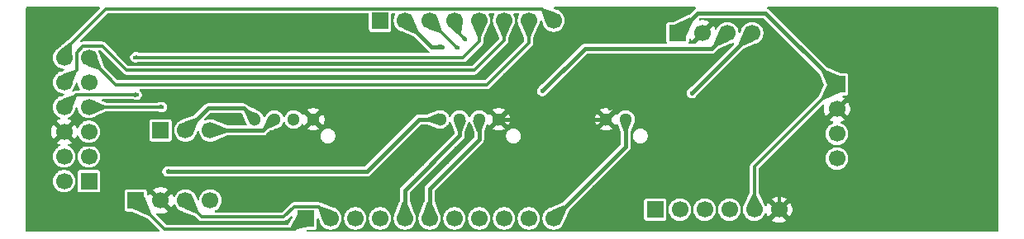
<source format=gbr>
%TF.GenerationSoftware,KiCad,Pcbnew,9.0.5*%
%TF.CreationDate,2025-11-06T16:05:17+09:00*%
%TF.ProjectId,________3,d6ecc3c9-dcfc-4c95-9f33-2e6b69636164,rev?*%
%TF.SameCoordinates,Original*%
%TF.FileFunction,Copper,L1,Top*%
%TF.FilePolarity,Positive*%
%FSLAX46Y46*%
G04 Gerber Fmt 4.6, Leading zero omitted, Abs format (unit mm)*
G04 Created by KiCad (PCBNEW 9.0.5) date 2025-11-06 16:05:17*
%MOMM*%
%LPD*%
G01*
G04 APERTURE LIST*
%TA.AperFunction,ComponentPad*%
%ADD10R,1.700000X1.700000*%
%TD*%
%TA.AperFunction,ComponentPad*%
%ADD11C,1.700000*%
%TD*%
%TA.AperFunction,ComponentPad*%
%ADD12C,1.300000*%
%TD*%
%TA.AperFunction,ViaPad*%
%ADD13C,0.450000*%
%TD*%
%TA.AperFunction,Conductor*%
%ADD14C,0.400000*%
%TD*%
%TA.AperFunction,Conductor*%
%ADD15C,0.300000*%
%TD*%
G04 APERTURE END LIST*
D10*
%TO.P,J6,1,Pin_1*%
%TO.N,/RX_ICS*%
X108450000Y-153070000D03*
D11*
%TO.P,J6,2,Pin_2*%
%TO.N,/DC_GND*%
X110990000Y-153070000D03*
%TO.P,J6,3,Pin_3*%
%TO.N,/TX_ICS*%
X113530000Y-153070000D03*
%TO.P,J6,4,Pin_4*%
%TO.N,/3V3_BNO*%
X116070000Y-153070000D03*
%TD*%
D10*
%TO.P,J2,1,Pin_1*%
%TO.N,/3V3_BNO*%
X180265000Y-141140000D03*
D11*
%TO.P,J2,2,Pin_2*%
%TO.N,/DC_GND*%
X180265000Y-143680000D03*
%TO.P,J2,3,Pin_3*%
%TO.N,/SCL_AS0*%
X180265000Y-146220000D03*
%TO.P,J2,4,Pin_4*%
%TO.N,/SCL_BNO*%
X180265000Y-148760000D03*
%TD*%
D10*
%TO.P,J3,1,Pin_1*%
%TO.N,/CLK_SD0*%
X161640000Y-154010000D03*
D11*
%TO.P,J3,2,Pin_2*%
%TO.N,/CS_SD0*%
X164180000Y-154010000D03*
%TO.P,J3,3,Pin_3*%
%TO.N,/MISO_SD0*%
X166720000Y-154010000D03*
%TO.P,J3,4,Pin_4*%
%TO.N,/MOSI_SD0*%
X169260000Y-154010000D03*
%TO.P,J3,5,Pin_5*%
%TO.N,/3V3_BNO*%
X171800000Y-154010000D03*
%TO.P,J3,6,Pin_6*%
%TO.N,/DC_GND*%
X174340000Y-154010000D03*
%TD*%
D10*
%TO.P,J1,1,Pin_1*%
%TO.N,/5V_DC_Under*%
X103630000Y-151095000D03*
D11*
%TO.P,J1,2,Pin_2*%
%TO.N,/3V3_BNO*%
X101090000Y-151095000D03*
%TO.P,J1,3,Pin_3*%
%TO.N,/5V_DC_Rudder*%
X103630000Y-148555000D03*
%TO.P,J1,4,Pin_4*%
%TO.N,/5V_DC_ICS*%
X101090000Y-148555000D03*
%TO.P,J1,5,Pin_5*%
%TO.N,/5V_DC_Bico*%
X103630000Y-146015000D03*
%TO.P,J1,6,Pin_6*%
%TO.N,/DC_GND*%
X101090000Y-146015000D03*
%TO.P,J1,7,Pin_7*%
%TO.N,/SCL_AS0*%
X103630000Y-143475000D03*
%TO.P,J1,8,Pin_8*%
%TO.N,/SCL_BNO*%
X101090000Y-143475000D03*
%TO.P,J1,9,Pin_9*%
%TO.N,/SDA_SDP_AS1*%
X103630000Y-140935000D03*
%TO.P,J1,10,Pin_10*%
%TO.N,/SCL_SDP_AS1*%
X101090000Y-140935000D03*
%TO.P,J1,11,Pin_11*%
%TO.N,/RX_ESP*%
X103630000Y-138395000D03*
%TO.P,J1,12,Pin_12*%
%TO.N,/TX_ESP*%
X101090000Y-138395000D03*
%TD*%
D10*
%TO.P,J7,1,Pin_1*%
%TO.N,/5V_DC_Bico*%
X133457430Y-134590000D03*
D11*
%TO.P,J7,2,Pin_2*%
%TO.N,/3V3_BNO*%
X135997430Y-134590000D03*
%TO.P,J7,3,Pin_3*%
%TO.N,/SCL_BNO*%
X138537430Y-134590000D03*
%TO.P,J7,4,Pin_4*%
%TO.N,/SCL_AS0*%
X141077430Y-134590000D03*
%TO.P,J7,5,Pin_5*%
%TO.N,/SDA_SDP_AS1*%
X143617430Y-134590000D03*
%TO.P,J7,6,Pin_6*%
%TO.N,/SCL_SDP_AS1*%
X146157430Y-134590000D03*
%TO.P,J7,7,Pin_7*%
%TO.N,/RX_ESP*%
X148697430Y-134590000D03*
%TO.P,J7,8,Pin_8*%
%TO.N,/TX_ESP*%
X151237430Y-134590000D03*
%TD*%
D10*
%TO.P,J8,1,Pin_1*%
%TO.N,/5V_DC_ICS*%
X110990000Y-145870000D03*
D11*
%TO.P,J8,2,Pin_2*%
%TO.N,/SIG_ICS*%
X113530000Y-145870000D03*
%TO.P,J8,3,Pin_3*%
%TO.N,/EN_ICS*%
X116070000Y-145870000D03*
%TD*%
D10*
%TO.P,J4,1,Pin_1*%
%TO.N,/3V3_BNO*%
X163950000Y-135880000D03*
D11*
%TO.P,J4,2,Pin_2*%
%TO.N,/DC_GND*%
X166490000Y-135880000D03*
%TO.P,J4,3,Pin_3*%
%TO.N,/RX_GPS*%
X169030000Y-135880000D03*
%TO.P,J4,4,Pin_4*%
%TO.N,/TX_GPS*%
X171570000Y-135880000D03*
%TD*%
D10*
%TO.P,J5,1,Pin_1*%
%TO.N,/RX_ICS*%
X125837430Y-154910000D03*
D11*
%TO.P,J5,2,Pin_2*%
%TO.N,/TX_ICS*%
X128377430Y-154910000D03*
%TO.P,J5,3,Pin_3*%
%TO.N,/RX_GPS*%
X130917430Y-154910000D03*
%TO.P,J5,4,Pin_4*%
%TO.N,/TX_GPS*%
X133457430Y-154910000D03*
%TO.P,J5,5,Pin_5*%
%TO.N,/TX_Under*%
X135997430Y-154910000D03*
%TO.P,J5,6,Pin_6*%
%TO.N,/RX_Under*%
X138537430Y-154910000D03*
%TO.P,J5,7,Pin_7*%
%TO.N,/MOSI_SD0*%
X141077430Y-154910000D03*
%TO.P,J5,8,Pin_8*%
%TO.N,/MISO_SD0*%
X143617430Y-154910000D03*
%TO.P,J5,9,Pin_9*%
%TO.N,/CS_SD0*%
X146157430Y-154910000D03*
%TO.P,J5,10,Pin_10*%
%TO.N,/CLK_SD0*%
X148697430Y-154910000D03*
%TO.P,J5,11,Pin_11*%
%TO.N,/SPK*%
X151237430Y-154910000D03*
%TD*%
D12*
%TO.P,J9,1,Pin_1*%
%TO.N,/SPK*%
X158620000Y-144745000D03*
%TO.P,J9,2,Pin_2*%
%TO.N,/DC_GND*%
X156620000Y-144745000D03*
%TD*%
%TO.P,J10,1,Pin_1*%
%TO.N,/DC_GND*%
X126620000Y-144745000D03*
%TO.P,J10,2,Pin_2*%
%TO.N,/5V_DC_Rudder*%
X124620000Y-144745000D03*
%TO.P,J10,3,Pin_3*%
%TO.N,/EN_ICS*%
X122620000Y-144745000D03*
%TO.P,J10,4,Pin_4*%
%TO.N,/SIG_ICS*%
X120620000Y-144745000D03*
%TD*%
%TO.P,J11,1,Pin_1*%
%TO.N,/DC_GND*%
X145620000Y-144745000D03*
%TO.P,J11,2,Pin_2*%
%TO.N,/RX_Under*%
X143620000Y-144745000D03*
%TO.P,J11,3,Pin_3*%
%TO.N,/TX_Under*%
X141620000Y-144745000D03*
%TO.P,J11,4,Pin_4*%
%TO.N,/5V_DC_Under*%
X139620000Y-144745000D03*
%TD*%
D13*
%TO.N,/SDA_SDP_AS1*%
X108370000Y-138370000D03*
%TO.N,/DC_GND*%
X118970000Y-140430000D03*
X160420000Y-135170000D03*
X157720000Y-141370000D03*
X148440000Y-140170000D03*
X112110000Y-151950000D03*
X118920000Y-137140000D03*
X146030000Y-153530000D03*
X112100000Y-135880000D03*
X111530000Y-139030000D03*
X126420000Y-147870000D03*
X102220000Y-150260000D03*
X113360000Y-137220000D03*
X145830000Y-137960000D03*
X169140000Y-147640000D03*
X156760000Y-150420000D03*
X156280000Y-140180000D03*
X174340000Y-150720000D03*
X149580000Y-146900000D03*
X110190000Y-147800000D03*
X148480000Y-153530000D03*
X149710000Y-138860000D03*
X176050000Y-149560000D03*
X147880000Y-136670000D03*
X130100000Y-151860000D03*
X158040000Y-151700000D03*
X159860000Y-140190000D03*
X151770000Y-136700000D03*
X106690000Y-146540000D03*
X119550000Y-146700000D03*
X143410000Y-153520000D03*
X123520000Y-143910000D03*
X166840000Y-152580000D03*
X151290000Y-145250000D03*
X115970000Y-144490000D03*
X145350000Y-151900000D03*
X177830000Y-155790000D03*
X122910000Y-147550000D03*
X135380000Y-147840000D03*
X177215000Y-143085000D03*
X152750000Y-140180000D03*
X164290000Y-152590000D03*
X180310000Y-137690000D03*
X172490000Y-149970000D03*
X171960000Y-140320000D03*
X147560000Y-145520000D03*
X134030000Y-139110000D03*
X170780000Y-152810000D03*
X117490000Y-152310000D03*
X105410000Y-151060000D03*
X105910000Y-155650000D03*
X116270000Y-137330000D03*
X131010000Y-144190000D03*
X150580000Y-153040000D03*
X133640000Y-151110000D03*
X128010000Y-144230000D03*
X166310000Y-140170000D03*
X130460000Y-135510000D03*
X137780000Y-151670000D03*
X137070000Y-139020000D03*
X165690000Y-147770000D03*
X126890000Y-135500000D03*
X117420000Y-153390000D03*
X169790000Y-138850000D03*
X123010000Y-140430000D03*
X109150000Y-146510000D03*
X108190000Y-144300000D03*
X104170000Y-156060000D03*
X165520000Y-151510000D03*
X156850000Y-147740000D03*
X149330000Y-153120000D03*
X146250000Y-140190000D03*
X178410000Y-144890000D03*
X142050000Y-139040000D03*
X156460000Y-154410000D03*
X158340000Y-148910000D03*
X100630000Y-137110000D03*
X106980000Y-140320000D03*
X107310000Y-145580000D03*
X140380000Y-140460000D03*
X136100000Y-145010000D03*
X105060000Y-138340000D03*
X109010000Y-155700000D03*
X171540000Y-137470000D03*
X144330000Y-136640000D03*
X127250000Y-152950000D03*
X110380000Y-137670000D03*
X129690000Y-154060000D03*
X120640000Y-154040000D03*
X119280000Y-145120000D03*
X165340000Y-133440000D03*
X137370000Y-137120000D03*
X114180000Y-147770000D03*
X139510000Y-153710000D03*
X171120000Y-149280000D03*
X172940000Y-153220000D03*
X140440000Y-145500000D03*
X168860000Y-143520000D03*
X177980000Y-152440000D03*
X147660000Y-138870000D03*
X162260000Y-134970000D03*
X102370000Y-141530000D03*
X142010000Y-141880000D03*
X103530000Y-152490000D03*
X137320000Y-145920000D03*
X126970000Y-140460000D03*
X152150000Y-150340000D03*
X164150000Y-134240000D03*
X117400000Y-155390000D03*
X174080000Y-146340000D03*
X159020000Y-150400000D03*
X108220000Y-134150000D03*
X177340000Y-133620000D03*
X144490000Y-143830000D03*
X147720000Y-148840000D03*
X144130000Y-137430000D03*
X146850000Y-150370000D03*
X174340000Y-152400000D03*
X104950000Y-152490000D03*
X140810000Y-152460000D03*
X180410000Y-133620000D03*
X110430000Y-156060000D03*
X135220000Y-149560000D03*
X148010000Y-142570000D03*
X167090000Y-141540000D03*
X164770000Y-138870000D03*
X122170000Y-152190000D03*
X153410000Y-151740000D03*
X120280000Y-147770000D03*
X139470000Y-139040000D03*
X171270000Y-141770000D03*
X123920000Y-150860000D03*
X177340000Y-136600000D03*
X123060000Y-137140000D03*
X163230000Y-151820000D03*
X132030000Y-135650000D03*
X119420000Y-142680000D03*
X145580000Y-149220000D03*
X169040000Y-141140000D03*
X119250000Y-152540000D03*
X137550000Y-141900000D03*
X154750000Y-150330000D03*
X141370000Y-153190000D03*
X160460000Y-151690000D03*
X153590000Y-147130000D03*
X102410000Y-144660000D03*
X149360000Y-141470000D03*
X128250000Y-149340000D03*
X136740000Y-152790000D03*
X168370000Y-140310000D03*
X126510000Y-146570000D03*
X152060000Y-153040000D03*
X110410000Y-144250000D03*
X121680000Y-143810000D03*
X115600000Y-142880000D03*
X150800000Y-148870000D03*
X172560000Y-151520000D03*
X146860000Y-136640000D03*
X116430000Y-150840000D03*
X154240000Y-138800000D03*
X180370000Y-135270000D03*
X120432500Y-150812500D03*
X108780000Y-139030000D03*
X157130000Y-146170000D03*
X161040000Y-138810000D03*
X181530000Y-139680000D03*
X129200000Y-143100000D03*
X173510000Y-138740000D03*
X149510000Y-137830000D03*
X154570000Y-155330000D03*
X122590000Y-141950000D03*
X133660000Y-147190000D03*
X174080000Y-148330000D03*
X104330000Y-133450000D03*
X118900000Y-139020000D03*
X122270000Y-155360000D03*
X117540000Y-147750000D03*
X106070000Y-144180000D03*
X123940000Y-155270000D03*
X152520000Y-155470000D03*
X173760000Y-133480000D03*
X142360000Y-150080000D03*
X137130000Y-140430000D03*
X105180000Y-145380000D03*
X125490000Y-143780000D03*
X113880000Y-134120000D03*
X150550000Y-151740000D03*
X144560000Y-146240000D03*
X105940000Y-135920000D03*
X105310000Y-149340000D03*
X140350000Y-149130000D03*
X112310000Y-143750000D03*
X121000000Y-149290000D03*
X105740000Y-139290000D03*
X151980000Y-138850000D03*
X131170000Y-153330000D03*
X136330000Y-146890000D03*
X103290000Y-136510000D03*
X156100000Y-142700000D03*
X159570000Y-136650000D03*
X142300000Y-146080000D03*
X152820000Y-154760000D03*
X101600000Y-136070000D03*
X161160000Y-142750000D03*
X133870000Y-145750000D03*
X133780000Y-149660000D03*
X132420000Y-141950000D03*
X172530000Y-134740000D03*
X105850000Y-147930000D03*
X113700000Y-150870000D03*
X146820000Y-144020000D03*
X172890000Y-147260000D03*
X127840000Y-150960000D03*
X131700000Y-149300000D03*
X125682500Y-145682500D03*
X150700000Y-140170000D03*
X126810000Y-141920000D03*
X152030000Y-133440000D03*
X165700000Y-145270000D03*
X178950000Y-149690000D03*
X128220000Y-153430000D03*
X104970000Y-146560000D03*
X126880000Y-137150000D03*
X175990000Y-146460000D03*
X107100000Y-154180000D03*
X162440000Y-141370000D03*
X145120000Y-141490000D03*
X159860000Y-154630000D03*
X105400000Y-142830000D03*
X122330000Y-146010000D03*
X175430000Y-135150000D03*
X159230000Y-143760000D03*
X155530000Y-138290000D03*
X143140000Y-151660000D03*
X102360000Y-149150000D03*
X132040000Y-152700000D03*
X105660000Y-134110000D03*
X161960000Y-147710000D03*
X130440000Y-146030000D03*
X130020000Y-147900000D03*
X153290000Y-141360000D03*
X158710000Y-155370000D03*
X117200000Y-141910000D03*
X137760000Y-149300000D03*
X168030000Y-149190000D03*
X150430000Y-142600000D03*
X164300000Y-150360000D03*
X156090000Y-148970000D03*
X106910000Y-138100000D03*
X137260000Y-154290000D03*
X125940000Y-151960000D03*
X108780000Y-136060000D03*
X152100000Y-142210000D03*
X110910000Y-150890000D03*
X111370000Y-142260000D03*
X123060000Y-138990000D03*
X119310000Y-155400000D03*
X110120000Y-140450000D03*
X158960000Y-138200000D03*
X124590000Y-141970000D03*
X177620000Y-139690000D03*
X110960000Y-134170000D03*
X124560000Y-152980000D03*
X151710000Y-137930000D03*
X143410000Y-140440000D03*
X156260000Y-152990000D03*
X177080000Y-145410000D03*
X154750000Y-133550000D03*
X174040000Y-136320000D03*
X175740000Y-137850000D03*
X146700000Y-147600000D03*
X148030000Y-151820000D03*
X152830000Y-143690000D03*
X168600000Y-137670000D03*
X126870000Y-139060000D03*
X159740000Y-153020000D03*
X134070000Y-144170000D03*
X113610000Y-144360000D03*
X132310000Y-150810000D03*
X178700000Y-143680000D03*
X149480000Y-136600000D03*
X176010000Y-144360000D03*
X114190000Y-141930000D03*
X161740000Y-150430000D03*
X123100000Y-135550000D03*
X175150000Y-147310000D03*
X154230000Y-136690000D03*
X115190000Y-135550000D03*
X124860000Y-149340000D03*
X114500000Y-139030000D03*
X107390000Y-156050000D03*
X164880000Y-142820000D03*
X169010000Y-152410000D03*
X179550000Y-147460000D03*
X130460000Y-139060000D03*
X123280000Y-154050000D03*
X161910000Y-145180000D03*
X135280000Y-151720000D03*
X178340000Y-141330000D03*
X118080000Y-154050000D03*
X146750000Y-137750000D03*
X157027500Y-143647500D03*
X167230000Y-138590000D03*
X134080000Y-137150000D03*
X114850000Y-155340000D03*
X145160000Y-136620000D03*
X134000000Y-140430000D03*
X108390000Y-149320000D03*
X180120000Y-139450000D03*
X143860000Y-147680000D03*
X156810000Y-136620000D03*
X177450000Y-147580000D03*
X173970000Y-142380000D03*
X102810000Y-134680000D03*
X162080000Y-136730000D03*
X179410000Y-145060000D03*
X158260000Y-153040000D03*
X108775000Y-150855000D03*
X105260000Y-154160000D03*
X162270000Y-133490000D03*
X136770000Y-150360000D03*
X156630000Y-135170000D03*
X112740000Y-149320000D03*
X116850000Y-149340000D03*
X175540000Y-140550000D03*
X157130000Y-138870000D03*
X167640000Y-151080000D03*
X145510000Y-138850000D03*
X152560000Y-135100000D03*
X118220000Y-144390000D03*
X130460000Y-137180000D03*
X117620000Y-146830000D03*
X134970000Y-143240000D03*
X171710000Y-143920000D03*
X149640000Y-150360000D03*
X130510000Y-140460000D03*
X173720000Y-144170000D03*
X155440000Y-151730000D03*
X165070000Y-148880000D03*
X158460000Y-133490000D03*
X152270000Y-146170000D03*
X176110000Y-151110000D03*
X163150000Y-138540000D03*
X113060000Y-140420000D03*
X133340000Y-153530000D03*
X114780000Y-152220000D03*
X107090000Y-151670000D03*
X153380000Y-148920000D03*
X169810000Y-140400000D03*
X115630000Y-140500000D03*
X118880000Y-135510000D03*
X117440000Y-144910000D03*
X177360000Y-135120000D03*
X141270000Y-147725000D03*
X129650000Y-155450000D03*
X154110000Y-153040000D03*
X170940000Y-151040000D03*
X170790000Y-145480000D03*
X163260000Y-140190000D03*
%TO.N,/SCL_AS0*%
X111125000Y-143475000D03*
X142160000Y-136505000D03*
%TO.N,/5V_DC_Under*%
X111680000Y-150090000D03*
%TO.N,/TX_GPS*%
X165410000Y-142040000D03*
%TO.N,/RX_GPS*%
X150080000Y-141830000D03*
%TO.N,/SCL_BNO*%
X141410000Y-137410000D03*
X108540000Y-142210000D03*
%TO.N,/3V3_BNO*%
X139830000Y-137290000D03*
%TD*%
D14*
%TO.N,/EN_ICS*%
X116070000Y-145870000D02*
X121474702Y-145870000D01*
X121474702Y-145870000D02*
X122599702Y-144745000D01*
X122599702Y-144745000D02*
X122620000Y-144745000D01*
D15*
%TO.N,/SDA_SDP_AS1*%
X141980000Y-138370000D02*
X143617430Y-136732570D01*
X143617430Y-136732570D02*
X143617430Y-134590000D01*
X108370000Y-138370000D02*
X141980000Y-138370000D01*
D14*
%TO.N,/DC_GND*%
X127269999Y-144095001D02*
X132724999Y-144095001D01*
X132724999Y-144095001D02*
X133777000Y-143043000D01*
X145620000Y-144745000D02*
X156620000Y-144745000D01*
D15*
X105850000Y-147930000D02*
X105274000Y-147354000D01*
D14*
X133777000Y-143043000D02*
X143918000Y-143043000D01*
X143918000Y-143043000D02*
X145620000Y-144745000D01*
D15*
X174340000Y-149605000D02*
X180265000Y-143680000D01*
D14*
X162825000Y-138540000D02*
X163150000Y-138540000D01*
D15*
X174340000Y-154010000D02*
X174340000Y-152400000D01*
X174340000Y-152400000D02*
X174340000Y-150720000D01*
D14*
X156620000Y-144745000D02*
X162825000Y-138540000D01*
X126620000Y-144745000D02*
X127269999Y-144095001D01*
D15*
X110990000Y-153070000D02*
X108775000Y-150855000D01*
X174340000Y-150720000D02*
X174340000Y-149605000D01*
X102429000Y-147354000D02*
X101090000Y-146015000D01*
X108775000Y-150855000D02*
X105850000Y-147930000D01*
X105274000Y-147354000D02*
X102429000Y-147354000D01*
%TO.N,/SCL_SDP_AS1*%
X102360000Y-139665000D02*
X102360000Y-137860000D01*
X146157430Y-136642570D02*
X146157430Y-134590000D01*
X104984000Y-137194000D02*
X107500000Y-139710000D01*
X107500000Y-139710000D02*
X143090000Y-139710000D01*
X103026000Y-137194000D02*
X104984000Y-137194000D01*
X101090000Y-140935000D02*
X102360000Y-139665000D01*
X143090000Y-139710000D02*
X146157430Y-136642570D01*
X102360000Y-137860000D02*
X103026000Y-137194000D01*
D14*
%TO.N,/SIG_ICS*%
X113550000Y-145870000D02*
X115830000Y-143590000D01*
X113530000Y-145870000D02*
X113550000Y-145870000D01*
X115830000Y-143590000D02*
X119465000Y-143590000D01*
X119465000Y-143590000D02*
X120620000Y-144745000D01*
D15*
%TO.N,/SCL_AS0*%
X141077430Y-135422430D02*
X141077430Y-134590000D01*
X111125000Y-143475000D02*
X103630000Y-143475000D01*
X142160000Y-136505000D02*
X141077430Y-135422430D01*
D14*
%TO.N,/5V_DC_Under*%
X137450000Y-144745000D02*
X132105000Y-150090000D01*
X111680000Y-150090000D02*
X132105000Y-150090000D01*
X139620000Y-144745000D02*
X137450000Y-144745000D01*
D15*
%TO.N,/RX_ICS*%
X111380000Y-156000000D02*
X124747430Y-156000000D01*
X108450000Y-153070000D02*
X111380000Y-156000000D01*
X124747430Y-156000000D02*
X125837430Y-154910000D01*
%TO.N,/TX_ICS*%
X113530000Y-153070000D02*
X115200000Y-154740000D01*
X115200000Y-154740000D02*
X123605430Y-154740000D01*
X123605430Y-154740000D02*
X124636430Y-153709000D01*
X127176430Y-153709000D02*
X128377430Y-154910000D01*
X124636430Y-153709000D02*
X127176430Y-153709000D01*
D14*
%TO.N,/TX_GPS*%
X165410000Y-142040000D02*
X171570000Y-135880000D01*
%TO.N,/RX_GPS*%
X154430000Y-137480000D02*
X167430000Y-137480000D01*
X167430000Y-137480000D02*
X169030000Y-135880000D01*
X150080000Y-141830000D02*
X154430000Y-137480000D01*
D15*
%TO.N,/TX_ESP*%
X105361000Y-133389000D02*
X150036430Y-133389000D01*
X101090000Y-138395000D02*
X101090000Y-137660000D01*
X150036430Y-133389000D02*
X151237430Y-134590000D01*
X101090000Y-137660000D02*
X105361000Y-133389000D01*
%TO.N,/RX_ESP*%
X144400000Y-141160000D02*
X148697430Y-136862570D01*
X106395000Y-141160000D02*
X144400000Y-141160000D01*
X148697430Y-136862570D02*
X148697430Y-134590000D01*
X103630000Y-138395000D02*
X106395000Y-141160000D01*
D14*
%TO.N,/TX_Under*%
X135997430Y-154910000D02*
X135997430Y-152017868D01*
X141620000Y-146395298D02*
X141620000Y-144745000D01*
X135997430Y-152017868D02*
X141620000Y-146395298D01*
%TO.N,/RX_Under*%
X143620000Y-144745000D02*
X143620000Y-146745298D01*
X143620000Y-146745298D02*
X138537430Y-151827868D01*
X138537430Y-151827868D02*
X138537430Y-154910000D01*
%TO.N,/SPK*%
X158620000Y-147527430D02*
X151237430Y-154910000D01*
X158620000Y-144745000D02*
X158620000Y-147527430D01*
D15*
%TO.N,/SCL_BNO*%
X141357430Y-137410000D02*
X138537430Y-134590000D01*
X141410000Y-137410000D02*
X141357430Y-137410000D01*
X102355000Y-142210000D02*
X101090000Y-143475000D01*
X108540000Y-142210000D02*
X102355000Y-142210000D01*
D14*
%TO.N,/3V3_BNO*%
X138697430Y-137290000D02*
X135997430Y-134590000D01*
X172955000Y-133830000D02*
X166000000Y-133830000D01*
X166000000Y-133830000D02*
X163950000Y-135880000D01*
X180265000Y-141140000D02*
X172955000Y-133830000D01*
D15*
X171800000Y-149605000D02*
X180265000Y-141140000D01*
D14*
X139830000Y-137290000D02*
X138697430Y-137290000D01*
D15*
X171800000Y-154010000D02*
X171800000Y-149605000D01*
%TD*%
%TA.AperFunction,Conductor*%
%TO.N,/DC_GND*%
G36*
X119274869Y-144109407D02*
G01*
X119286682Y-144119496D01*
X119294188Y-144127002D01*
X119314380Y-144156192D01*
X119580816Y-144745000D01*
X119693907Y-144994926D01*
X119702868Y-145014728D01*
X119704032Y-145017824D01*
X119704170Y-145017768D01*
X119774036Y-145186440D01*
X119777678Y-145195231D01*
X119791221Y-145215499D01*
X119807829Y-145274387D01*
X119786651Y-145331791D01*
X119735777Y-145365783D01*
X119708905Y-145369500D01*
X117846815Y-145369500D01*
X117808611Y-145361831D01*
X117389322Y-145186440D01*
X116684095Y-144891439D01*
X116676555Y-144887584D01*
X116676461Y-144887770D01*
X116511646Y-144803791D01*
X116511640Y-144803789D01*
X116339406Y-144747828D01*
X116160549Y-144719500D01*
X116160546Y-144719500D01*
X115979454Y-144719500D01*
X115979451Y-144719500D01*
X115800593Y-144747828D01*
X115628359Y-144803789D01*
X115628358Y-144803789D01*
X115564801Y-144836173D01*
X115504369Y-144845744D01*
X115449853Y-144817966D01*
X115422076Y-144763449D01*
X115431648Y-144703017D01*
X115449854Y-144677959D01*
X115586601Y-144541213D01*
X115860549Y-144267265D01*
X116008319Y-144119496D01*
X116062835Y-144091719D01*
X116078322Y-144090500D01*
X119216678Y-144090500D01*
X119274869Y-144109407D01*
G37*
%TD.AperFunction*%
%TA.AperFunction,Conductor*%
G36*
X104736580Y-133214407D02*
G01*
X104772544Y-133263907D01*
X104772544Y-133325093D01*
X104748393Y-133364504D01*
X101509811Y-136603084D01*
X101490757Y-136617045D01*
X101491071Y-136617534D01*
X101487225Y-136620007D01*
X100438039Y-137440971D01*
X100438035Y-137440976D01*
X100430778Y-137449092D01*
X100415170Y-137463194D01*
X100340504Y-137517442D01*
X100340499Y-137517447D01*
X100212447Y-137645499D01*
X100159225Y-137718752D01*
X100106002Y-137792008D01*
X100023788Y-137953362D01*
X99967828Y-138125593D01*
X99939500Y-138304450D01*
X99939500Y-138485549D01*
X99967828Y-138664406D01*
X100019031Y-138821997D01*
X100023789Y-138836639D01*
X100106004Y-138997994D01*
X100212447Y-139144501D01*
X100340499Y-139272553D01*
X100487006Y-139378996D01*
X100648361Y-139461211D01*
X100820591Y-139517171D01*
X100917631Y-139532540D01*
X100999446Y-139545499D01*
X100999449Y-139545499D01*
X100999454Y-139545500D01*
X100999459Y-139545500D01*
X101001226Y-139545639D01*
X101001782Y-139545869D01*
X101003296Y-139546109D01*
X101003238Y-139546472D01*
X101057758Y-139569044D01*
X101089737Y-139621207D01*
X101084947Y-139682205D01*
X101045218Y-139728737D01*
X101027851Y-139737176D01*
X100834469Y-139808777D01*
X100823212Y-139812199D01*
X100820596Y-139812827D01*
X100648362Y-139868788D01*
X100487008Y-139951002D01*
X100430010Y-139992414D01*
X100340499Y-140057447D01*
X100212447Y-140185499D01*
X100169116Y-140245139D01*
X100106002Y-140332008D01*
X100023788Y-140493362D01*
X99967828Y-140665593D01*
X99939500Y-140844450D01*
X99939500Y-141025549D01*
X99967828Y-141204406D01*
X100023788Y-141376637D01*
X100097085Y-141520491D01*
X100106004Y-141537994D01*
X100212447Y-141684501D01*
X100340499Y-141812553D01*
X100487006Y-141918996D01*
X100648361Y-142001211D01*
X100820591Y-142057171D01*
X100917631Y-142072540D01*
X100999446Y-142085499D01*
X100999449Y-142085499D01*
X100999454Y-142085500D01*
X100999459Y-142085500D01*
X101001226Y-142085639D01*
X101001782Y-142085869D01*
X101003296Y-142086109D01*
X101003238Y-142086472D01*
X101057758Y-142109044D01*
X101089737Y-142161207D01*
X101084947Y-142222205D01*
X101045218Y-142268737D01*
X101027851Y-142277176D01*
X100834469Y-142348777D01*
X100823212Y-142352199D01*
X100820596Y-142352827D01*
X100648362Y-142408788D01*
X100487008Y-142491002D01*
X100429664Y-142532665D01*
X100340499Y-142597447D01*
X100212447Y-142725499D01*
X100208752Y-142730585D01*
X100106002Y-142872008D01*
X100023788Y-143033362D01*
X99967828Y-143205593D01*
X99939500Y-143384450D01*
X99939500Y-143565549D01*
X99967828Y-143744406D01*
X100023788Y-143916637D01*
X100069676Y-144006698D01*
X100106004Y-144077994D01*
X100212447Y-144224501D01*
X100340499Y-144352553D01*
X100487006Y-144458996D01*
X100648361Y-144541211D01*
X100659483Y-144544824D01*
X100662983Y-144545962D01*
X100712483Y-144581926D01*
X100731391Y-144640116D01*
X100712484Y-144698307D01*
X100662985Y-144734271D01*
X100662984Y-144734272D01*
X100571784Y-144763904D01*
X100382446Y-144860376D01*
X100382442Y-144860378D01*
X100328282Y-144899728D01*
X100960591Y-145532037D01*
X100897007Y-145549075D01*
X100782993Y-145614901D01*
X100689901Y-145707993D01*
X100624075Y-145822007D01*
X100607037Y-145885591D01*
X99974728Y-145253282D01*
X99935378Y-145307442D01*
X99935376Y-145307446D01*
X99838904Y-145496784D01*
X99773240Y-145698878D01*
X99740000Y-145908749D01*
X99740000Y-146121250D01*
X99773240Y-146331121D01*
X99838904Y-146533215D01*
X99935376Y-146722553D01*
X99935380Y-146722559D01*
X99974728Y-146776716D01*
X99974729Y-146776716D01*
X100607037Y-146144407D01*
X100624075Y-146207993D01*
X100689901Y-146322007D01*
X100782993Y-146415099D01*
X100897007Y-146480925D01*
X100960589Y-146497962D01*
X100328282Y-147130269D01*
X100328282Y-147130270D01*
X100382440Y-147169619D01*
X100382446Y-147169623D01*
X100571786Y-147266096D01*
X100662983Y-147295727D01*
X100712483Y-147331691D01*
X100731391Y-147389881D01*
X100712484Y-147448072D01*
X100662988Y-147484035D01*
X100648366Y-147488786D01*
X100648364Y-147488787D01*
X100487008Y-147571002D01*
X100413752Y-147624225D01*
X100340499Y-147677447D01*
X100212447Y-147805499D01*
X100159225Y-147878752D01*
X100106002Y-147952008D01*
X100023788Y-148113362D01*
X99967828Y-148285593D01*
X99939500Y-148464450D01*
X99939500Y-148645549D01*
X99967828Y-148824406D01*
X99967829Y-148824409D01*
X100023789Y-148996639D01*
X100106004Y-149157994D01*
X100212447Y-149304501D01*
X100340499Y-149432553D01*
X100487006Y-149538996D01*
X100648361Y-149621211D01*
X100820591Y-149677171D01*
X100892136Y-149688502D01*
X100999451Y-149705500D01*
X100999454Y-149705500D01*
X101180549Y-149705500D01*
X101269977Y-149691335D01*
X101359409Y-149677171D01*
X101531639Y-149621211D01*
X101692994Y-149538996D01*
X101839501Y-149432553D01*
X101967553Y-149304501D01*
X102073996Y-149157994D01*
X102156211Y-148996639D01*
X102212171Y-148824409D01*
X102226335Y-148734977D01*
X102240500Y-148645549D01*
X102240500Y-148464450D01*
X102479500Y-148464450D01*
X102479500Y-148645549D01*
X102507828Y-148824406D01*
X102507829Y-148824409D01*
X102563789Y-148996639D01*
X102646004Y-149157994D01*
X102752447Y-149304501D01*
X102880499Y-149432553D01*
X103027006Y-149538996D01*
X103188361Y-149621211D01*
X103360591Y-149677171D01*
X103432136Y-149688502D01*
X103539451Y-149705500D01*
X103539454Y-149705500D01*
X103720549Y-149705500D01*
X103809977Y-149691335D01*
X103899409Y-149677171D01*
X104071639Y-149621211D01*
X104232994Y-149538996D01*
X104379501Y-149432553D01*
X104507553Y-149304501D01*
X104613996Y-149157994D01*
X104696211Y-148996639D01*
X104752171Y-148824409D01*
X104766335Y-148734977D01*
X104780500Y-148645549D01*
X104780500Y-148464450D01*
X104752171Y-148285593D01*
X104752171Y-148285591D01*
X104696211Y-148113361D01*
X104613996Y-147952006D01*
X104507553Y-147805499D01*
X104379501Y-147677447D01*
X104232994Y-147571004D01*
X104232993Y-147571003D01*
X104232991Y-147571002D01*
X104071637Y-147488788D01*
X103899406Y-147432828D01*
X103720549Y-147404500D01*
X103720546Y-147404500D01*
X103539454Y-147404500D01*
X103539451Y-147404500D01*
X103360593Y-147432828D01*
X103188362Y-147488788D01*
X103027008Y-147571002D01*
X102953752Y-147624225D01*
X102880499Y-147677447D01*
X102752447Y-147805499D01*
X102699225Y-147878752D01*
X102646002Y-147952008D01*
X102563788Y-148113362D01*
X102507828Y-148285593D01*
X102479500Y-148464450D01*
X102240500Y-148464450D01*
X102212171Y-148285593D01*
X102212171Y-148285591D01*
X102156211Y-148113361D01*
X102073996Y-147952006D01*
X101967553Y-147805499D01*
X101839501Y-147677447D01*
X101692994Y-147571004D01*
X101692993Y-147571003D01*
X101692991Y-147571002D01*
X101531637Y-147488788D01*
X101517013Y-147484036D01*
X101467514Y-147448071D01*
X101448608Y-147389880D01*
X101467517Y-147331689D01*
X101517016Y-147295727D01*
X101608213Y-147266096D01*
X101797556Y-147169620D01*
X101851716Y-147130270D01*
X101219408Y-146497962D01*
X101282993Y-146480925D01*
X101397007Y-146415099D01*
X101490099Y-146322007D01*
X101555925Y-146207993D01*
X101572962Y-146144408D01*
X102205270Y-146776716D01*
X102244620Y-146722556D01*
X102341096Y-146533213D01*
X102370727Y-146442016D01*
X102406690Y-146392516D01*
X102464881Y-146373608D01*
X102523072Y-146392515D01*
X102559036Y-146442013D01*
X102563788Y-146456637D01*
X102630969Y-146588488D01*
X102646004Y-146617994D01*
X102752447Y-146764501D01*
X102880499Y-146892553D01*
X103027006Y-146998996D01*
X103188361Y-147081211D01*
X103360591Y-147137171D01*
X103432136Y-147148502D01*
X103539451Y-147165500D01*
X103539454Y-147165500D01*
X103720549Y-147165500D01*
X103809977Y-147151335D01*
X103899409Y-147137171D01*
X104071639Y-147081211D01*
X104232994Y-146998996D01*
X104379501Y-146892553D01*
X104507553Y-146764501D01*
X104613996Y-146617994D01*
X104696211Y-146456639D01*
X104752171Y-146284409D01*
X104772504Y-146156030D01*
X104780500Y-146105549D01*
X104780500Y-145924450D01*
X104761614Y-145805212D01*
X104752171Y-145745591D01*
X104696211Y-145573361D01*
X104613996Y-145412006D01*
X104507553Y-145265499D01*
X104379501Y-145137447D01*
X104232994Y-145031004D01*
X104232993Y-145031003D01*
X104232991Y-145031002D01*
X104123336Y-144975130D01*
X109839500Y-144975130D01*
X109839500Y-146764860D01*
X109839501Y-146764863D01*
X109842414Y-146789990D01*
X109851774Y-146811188D01*
X109887794Y-146892765D01*
X109967235Y-146972206D01*
X110070009Y-147017585D01*
X110095135Y-147020500D01*
X111884864Y-147020499D01*
X111909991Y-147017585D01*
X112012765Y-146972206D01*
X112092206Y-146892765D01*
X112137585Y-146789991D01*
X112140500Y-146764865D01*
X112140499Y-145779450D01*
X112379500Y-145779450D01*
X112379500Y-145960549D01*
X112407828Y-146139406D01*
X112463788Y-146311637D01*
X112539989Y-146461190D01*
X112546004Y-146472994D01*
X112652447Y-146619501D01*
X112780499Y-146747553D01*
X112927006Y-146853996D01*
X113088361Y-146936211D01*
X113260591Y-146992171D01*
X113332136Y-147003502D01*
X113439451Y-147020500D01*
X113439454Y-147020500D01*
X113620549Y-147020500D01*
X113709977Y-147006335D01*
X113799409Y-146992171D01*
X113971639Y-146936211D01*
X114132994Y-146853996D01*
X114279501Y-146747553D01*
X114407553Y-146619501D01*
X114513996Y-146472994D01*
X114596211Y-146311639D01*
X114646773Y-146156017D01*
X114649649Y-146148281D01*
X114732563Y-145951004D01*
X114772541Y-145904686D01*
X114832108Y-145890711D01*
X114888514Y-145914418D01*
X114920213Y-145966752D01*
X114921611Y-145973877D01*
X114947828Y-146139406D01*
X115003788Y-146311637D01*
X115079989Y-146461190D01*
X115086004Y-146472994D01*
X115192447Y-146619501D01*
X115320499Y-146747553D01*
X115467006Y-146853996D01*
X115628361Y-146936211D01*
X115800591Y-146992171D01*
X115872136Y-147003502D01*
X115979451Y-147020500D01*
X115979454Y-147020500D01*
X116160549Y-147020500D01*
X116249977Y-147006335D01*
X116339409Y-146992171D01*
X116511639Y-146936211D01*
X116511642Y-146936209D01*
X116511646Y-146936208D01*
X116676467Y-146852227D01*
X116676563Y-146852416D01*
X116684099Y-146848556D01*
X117808608Y-146378168D01*
X117843917Y-146371081D01*
X127369500Y-146371081D01*
X127369500Y-146518918D01*
X127398342Y-146663914D01*
X127440159Y-146764869D01*
X127454916Y-146800495D01*
X127537049Y-146923416D01*
X127641584Y-147027951D01*
X127764505Y-147110084D01*
X127901087Y-147166658D01*
X128046082Y-147195500D01*
X128046083Y-147195500D01*
X128193917Y-147195500D01*
X128193918Y-147195500D01*
X128338913Y-147166658D01*
X128475495Y-147110084D01*
X128598416Y-147027951D01*
X128702951Y-146923416D01*
X128785084Y-146800495D01*
X128841658Y-146663913D01*
X128870500Y-146518918D01*
X128870500Y-146371082D01*
X128841658Y-146226087D01*
X128785084Y-146089505D01*
X128702951Y-145966584D01*
X128598416Y-145862049D01*
X128475495Y-145779916D01*
X128474370Y-145779450D01*
X128338914Y-145723342D01*
X128193918Y-145694500D01*
X128046082Y-145694500D01*
X128046081Y-145694500D01*
X127901085Y-145723342D01*
X127764506Y-145779915D01*
X127641585Y-145862048D01*
X127537048Y-145966585D01*
X127454915Y-146089506D01*
X127398342Y-146226085D01*
X127369500Y-146371081D01*
X117843917Y-146371081D01*
X117846812Y-146370500D01*
X121540592Y-146370500D01*
X121540594Y-146370500D01*
X121667888Y-146336392D01*
X121667890Y-146336390D01*
X121667892Y-146336390D01*
X121764728Y-146280482D01*
X121782011Y-146270503D01*
X121782011Y-146270502D01*
X121782016Y-146270500D01*
X121990561Y-146061953D01*
X122020720Y-146041330D01*
X122159332Y-145980401D01*
X122208848Y-145952899D01*
X122212413Y-145950461D01*
X122250107Y-145919186D01*
X122263808Y-145909649D01*
X122272400Y-145904688D01*
X122296267Y-145894802D01*
X122316654Y-145889340D01*
X122332033Y-145886500D01*
X122361158Y-145883475D01*
X122365866Y-145882486D01*
X122425997Y-145863184D01*
X122758356Y-145717087D01*
X126001466Y-145717087D01*
X126017266Y-145728566D01*
X126178559Y-145810749D01*
X126350710Y-145866683D01*
X126529490Y-145895000D01*
X126710510Y-145895000D01*
X126889289Y-145866683D01*
X127061440Y-145810749D01*
X127222730Y-145728568D01*
X127222735Y-145728564D01*
X127238532Y-145717087D01*
X127238532Y-145717086D01*
X126620000Y-145098554D01*
X126001466Y-145717087D01*
X122758356Y-145717087D01*
X122875130Y-145665756D01*
X122895658Y-145659289D01*
X122897251Y-145658973D01*
X123070231Y-145587322D01*
X123105561Y-145563715D01*
X123115030Y-145559054D01*
X123116808Y-145558081D01*
X123145324Y-145540374D01*
X123154489Y-145531022D01*
X123225908Y-145483302D01*
X123358302Y-145350908D01*
X123435080Y-145236002D01*
X123462318Y-145195238D01*
X123462323Y-145195229D01*
X123528536Y-145035375D01*
X123568272Y-144988850D01*
X123627767Y-144974566D01*
X123684295Y-144997981D01*
X123711463Y-145035374D01*
X123719543Y-145054881D01*
X123777675Y-145195226D01*
X123777681Y-145195238D01*
X123852065Y-145306559D01*
X123881698Y-145350908D01*
X124014092Y-145483302D01*
X124076981Y-145525323D01*
X124169761Y-145587318D01*
X124169767Y-145587320D01*
X124169769Y-145587322D01*
X124342749Y-145658973D01*
X124526384Y-145695500D01*
X124526385Y-145695500D01*
X124713615Y-145695500D01*
X124713616Y-145695500D01*
X124897251Y-145658973D01*
X125070231Y-145587322D01*
X125070233Y-145587320D01*
X125070238Y-145587318D01*
X125115187Y-145557282D01*
X125225908Y-145483302D01*
X125358302Y-145350908D01*
X125423179Y-145253812D01*
X125471227Y-145215934D01*
X125532365Y-145213532D01*
X125583239Y-145247525D01*
X125593703Y-145263870D01*
X125636432Y-145347730D01*
X125647911Y-145363531D01*
X126266444Y-144744999D01*
X126220367Y-144698922D01*
X126270000Y-144698922D01*
X126270000Y-144791078D01*
X126293852Y-144880095D01*
X126339930Y-144959905D01*
X126405095Y-145025070D01*
X126484905Y-145071148D01*
X126573922Y-145095000D01*
X126666078Y-145095000D01*
X126755095Y-145071148D01*
X126834905Y-145025070D01*
X126900070Y-144959905D01*
X126946148Y-144880095D01*
X126970000Y-144791078D01*
X126970000Y-144745000D01*
X126973554Y-144745000D01*
X127592086Y-145363532D01*
X127592087Y-145363532D01*
X127603564Y-145347735D01*
X127603568Y-145347730D01*
X127685749Y-145186440D01*
X127741683Y-145014289D01*
X127770000Y-144835510D01*
X127770000Y-144654489D01*
X127741683Y-144475710D01*
X127685749Y-144303559D01*
X127603566Y-144142266D01*
X127592087Y-144126466D01*
X126973554Y-144745000D01*
X126970000Y-144745000D01*
X126970000Y-144698922D01*
X126946148Y-144609905D01*
X126900070Y-144530095D01*
X126834905Y-144464930D01*
X126755095Y-144418852D01*
X126666078Y-144395000D01*
X126573922Y-144395000D01*
X126484905Y-144418852D01*
X126405095Y-144464930D01*
X126339930Y-144530095D01*
X126293852Y-144609905D01*
X126270000Y-144698922D01*
X126220367Y-144698922D01*
X125647911Y-144126466D01*
X125636433Y-144142266D01*
X125593702Y-144226129D01*
X125550437Y-144269393D01*
X125490005Y-144278964D01*
X125435489Y-144251186D01*
X125423178Y-144236185D01*
X125397807Y-144198215D01*
X125358302Y-144139092D01*
X125225908Y-144006698D01*
X125163034Y-143964687D01*
X125070238Y-143902681D01*
X125070231Y-143902678D01*
X125068852Y-143902107D01*
X125068851Y-143902106D01*
X125068850Y-143902106D01*
X125052911Y-143895504D01*
X125042140Y-143891042D01*
X124897249Y-143831026D01*
X124713618Y-143794500D01*
X124713616Y-143794500D01*
X124526384Y-143794500D01*
X124526381Y-143794500D01*
X124342750Y-143831026D01*
X124169770Y-143902677D01*
X124169761Y-143902681D01*
X124014092Y-144006698D01*
X124014088Y-144006701D01*
X123881701Y-144139088D01*
X123881698Y-144139092D01*
X123777681Y-144294761D01*
X123777677Y-144294770D01*
X123757078Y-144344501D01*
X123716811Y-144441716D01*
X123711464Y-144454624D01*
X123671727Y-144501149D01*
X123612233Y-144515433D01*
X123555705Y-144492018D01*
X123528536Y-144454624D01*
X123523189Y-144441716D01*
X123462322Y-144294769D01*
X123462320Y-144294767D01*
X123462318Y-144294761D01*
X123397807Y-144198215D01*
X123358302Y-144139092D01*
X123225908Y-144006698D01*
X123163034Y-143964687D01*
X123070238Y-143902681D01*
X123070229Y-143902677D01*
X122897249Y-143831026D01*
X122713618Y-143794500D01*
X122713616Y-143794500D01*
X122526384Y-143794500D01*
X122526381Y-143794500D01*
X122342750Y-143831026D01*
X122169770Y-143902677D01*
X122169761Y-143902681D01*
X122014092Y-144006698D01*
X122014088Y-144006701D01*
X121881701Y-144139088D01*
X121881698Y-144139092D01*
X121777678Y-144294768D01*
X121727260Y-144416486D01*
X121725542Y-144420392D01*
X121708821Y-144456299D01*
X121667116Y-144501068D01*
X121607061Y-144512774D01*
X121551595Y-144486945D01*
X121527611Y-144452391D01*
X121523189Y-144441716D01*
X121462322Y-144294769D01*
X121462318Y-144294761D01*
X121397807Y-144198215D01*
X121358302Y-144139092D01*
X121225908Y-144006698D01*
X121163034Y-143964687D01*
X121070238Y-143902681D01*
X121070229Y-143902677D01*
X120892763Y-143829168D01*
X120892816Y-143829038D01*
X120889723Y-143827865D01*
X120768278Y-143772911D01*
X126001466Y-143772911D01*
X126619999Y-144391444D01*
X127238532Y-143772911D01*
X145001466Y-143772911D01*
X145619999Y-144391444D01*
X146238532Y-143772911D01*
X156001466Y-143772911D01*
X156619999Y-144391444D01*
X157238532Y-143772911D01*
X157222730Y-143761432D01*
X157061440Y-143679250D01*
X156889289Y-143623316D01*
X156710510Y-143595000D01*
X156529490Y-143595000D01*
X156350710Y-143623316D01*
X156178559Y-143679250D01*
X156017264Y-143761434D01*
X156001466Y-143772911D01*
X146238532Y-143772911D01*
X146222730Y-143761432D01*
X146061440Y-143679250D01*
X145889289Y-143623316D01*
X145710510Y-143595000D01*
X145529490Y-143595000D01*
X145350710Y-143623316D01*
X145178559Y-143679250D01*
X145017264Y-143761434D01*
X145001466Y-143772911D01*
X127238532Y-143772911D01*
X127222730Y-143761432D01*
X127061440Y-143679250D01*
X126889289Y-143623316D01*
X126710510Y-143595000D01*
X126529490Y-143595000D01*
X126350710Y-143623316D01*
X126178559Y-143679250D01*
X126017264Y-143761434D01*
X126001466Y-143772911D01*
X120768278Y-143772911D01*
X120031194Y-143439381D01*
X120002004Y-143419189D01*
X119772314Y-143189500D01*
X119772309Y-143189496D01*
X119658189Y-143123609D01*
X119658191Y-143123609D01*
X119608799Y-143110375D01*
X119530892Y-143089500D01*
X115895893Y-143089500D01*
X115764108Y-143089500D01*
X115686200Y-143110375D01*
X115636809Y-143123609D01*
X115522690Y-143189496D01*
X115522685Y-143189500D01*
X114443732Y-144268451D01*
X114410387Y-144290410D01*
X113272982Y-144743804D01*
X113264265Y-144746573D01*
X113264284Y-144746629D01*
X113088362Y-144803788D01*
X112927008Y-144886002D01*
X112891100Y-144912091D01*
X112780499Y-144992447D01*
X112652447Y-145120499D01*
X112628261Y-145153789D01*
X112546002Y-145267008D01*
X112463788Y-145428362D01*
X112407828Y-145600593D01*
X112379500Y-145779450D01*
X112140499Y-145779450D01*
X112140499Y-144975136D01*
X112137585Y-144950009D01*
X112092206Y-144847235D01*
X112012765Y-144767794D01*
X111909991Y-144722415D01*
X111909990Y-144722414D01*
X111909988Y-144722414D01*
X111884868Y-144719500D01*
X110095139Y-144719500D01*
X110095136Y-144719501D01*
X110070009Y-144722414D01*
X109967235Y-144767794D01*
X109887794Y-144847235D01*
X109842414Y-144950011D01*
X109839500Y-144975130D01*
X104123336Y-144975130D01*
X104071637Y-144948788D01*
X103899406Y-144892828D01*
X103720549Y-144864500D01*
X103720546Y-144864500D01*
X103539454Y-144864500D01*
X103539451Y-144864500D01*
X103360593Y-144892828D01*
X103188362Y-144948788D01*
X103027008Y-145031002D01*
X102971752Y-145071148D01*
X102880499Y-145137447D01*
X102752447Y-145265499D01*
X102730303Y-145295978D01*
X102646002Y-145412008D01*
X102563787Y-145573364D01*
X102563786Y-145573366D01*
X102559035Y-145587988D01*
X102523069Y-145637486D01*
X102464878Y-145656391D01*
X102406688Y-145637481D01*
X102370727Y-145587983D01*
X102341096Y-145496786D01*
X102244623Y-145307446D01*
X102244619Y-145307440D01*
X102205270Y-145253282D01*
X102205269Y-145253282D01*
X101572962Y-145885589D01*
X101555925Y-145822007D01*
X101490099Y-145707993D01*
X101397007Y-145614901D01*
X101282993Y-145549075D01*
X101219407Y-145532037D01*
X101851716Y-144899729D01*
X101851716Y-144899728D01*
X101797559Y-144860380D01*
X101797553Y-144860376D01*
X101608215Y-144763904D01*
X101517015Y-144734272D01*
X101467515Y-144698308D01*
X101448608Y-144640117D01*
X101467515Y-144581926D01*
X101517013Y-144545962D01*
X101517017Y-144545962D01*
X101517018Y-144545962D01*
X101531633Y-144541213D01*
X101531633Y-144541212D01*
X101531639Y-144541211D01*
X101692994Y-144458996D01*
X101839501Y-144352553D01*
X101967553Y-144224501D01*
X102073996Y-144077994D01*
X102156211Y-143916639D01*
X102212171Y-143744409D01*
X102212173Y-143744392D01*
X102212793Y-143741812D01*
X102216221Y-143730531D01*
X102266403Y-143595000D01*
X102287824Y-143537147D01*
X102325760Y-143489142D01*
X102384668Y-143472603D01*
X102442046Y-143493848D01*
X102475979Y-143544762D01*
X102479359Y-143563757D01*
X102479499Y-143565548D01*
X102507828Y-143744406D01*
X102563788Y-143916637D01*
X102609676Y-144006698D01*
X102646004Y-144077994D01*
X102752447Y-144224501D01*
X102880499Y-144352553D01*
X103027006Y-144458996D01*
X103188361Y-144541211D01*
X103360591Y-144597171D01*
X103432136Y-144608502D01*
X103539451Y-144625500D01*
X103539454Y-144625500D01*
X103720549Y-144625500D01*
X103819009Y-144609905D01*
X103899409Y-144597171D01*
X104071639Y-144541211D01*
X104071642Y-144541209D01*
X104071646Y-144541208D01*
X104232990Y-144458998D01*
X104232992Y-144458997D01*
X104232994Y-144458996D01*
X104232997Y-144458993D01*
X104235285Y-144457592D01*
X104245675Y-144452044D01*
X105371704Y-143934545D01*
X105413045Y-143925500D01*
X110615597Y-143925500D01*
X110632749Y-143926997D01*
X110636067Y-143927580D01*
X110636068Y-143927581D01*
X111016956Y-143994583D01*
X111019921Y-143995090D01*
X111020432Y-143995079D01*
X111021467Y-143995204D01*
X111024619Y-143995440D01*
X111024608Y-143995585D01*
X111048102Y-143998432D01*
X111055817Y-144000500D01*
X111194181Y-144000500D01*
X111194183Y-144000500D01*
X111327836Y-143964688D01*
X111447665Y-143895505D01*
X111545505Y-143797665D01*
X111614688Y-143677836D01*
X111650500Y-143544183D01*
X111650500Y-143405817D01*
X111614688Y-143272164D01*
X111545505Y-143152335D01*
X111447665Y-143054495D01*
X111327836Y-142985312D01*
X111194183Y-142949500D01*
X111055817Y-142949500D01*
X111055815Y-142949500D01*
X111046198Y-142952077D01*
X111019527Y-142955443D01*
X111016964Y-142955415D01*
X111016956Y-142955416D01*
X110766356Y-142999498D01*
X110636067Y-143022418D01*
X110636065Y-143022418D01*
X110632743Y-143023003D01*
X110615591Y-143024500D01*
X105413048Y-143024500D01*
X105371707Y-143015455D01*
X105010507Y-142849455D01*
X104965528Y-142807975D01*
X104953521Y-142747980D01*
X104979071Y-142692384D01*
X105032420Y-142662425D01*
X105051848Y-142660500D01*
X108030597Y-142660500D01*
X108047749Y-142661997D01*
X108051067Y-142662580D01*
X108051068Y-142662581D01*
X108431956Y-142729583D01*
X108434921Y-142730090D01*
X108435432Y-142730079D01*
X108436467Y-142730204D01*
X108439619Y-142730440D01*
X108439608Y-142730585D01*
X108463102Y-142733432D01*
X108470817Y-142735500D01*
X108609181Y-142735500D01*
X108609183Y-142735500D01*
X108742836Y-142699688D01*
X108862665Y-142630505D01*
X108960505Y-142532665D01*
X109029688Y-142412836D01*
X109065500Y-142279183D01*
X109065500Y-142140817D01*
X109029688Y-142007164D01*
X108960505Y-141887335D01*
X108862665Y-141789495D01*
X108862660Y-141789492D01*
X108860774Y-141788045D01*
X108859806Y-141786637D01*
X108858076Y-141784907D01*
X108858396Y-141784586D01*
X108826116Y-141737622D01*
X108827715Y-141676457D01*
X108864960Y-141627914D01*
X108921038Y-141610500D01*
X144459309Y-141610500D01*
X144549669Y-141586287D01*
X144549672Y-141586287D01*
X144562903Y-141582741D01*
X144573887Y-141579799D01*
X144676614Y-141520489D01*
X149057920Y-137139184D01*
X149117229Y-137036457D01*
X149123351Y-137013609D01*
X149131233Y-136984196D01*
X149137557Y-136960593D01*
X149147930Y-136921879D01*
X149147930Y-136373046D01*
X149156975Y-136331705D01*
X149156976Y-136331704D01*
X149674475Y-135205673D01*
X149680024Y-135195280D01*
X149681416Y-135193006D01*
X149681426Y-135192994D01*
X149763641Y-135031639D01*
X149819601Y-134859409D01*
X149847930Y-134680546D01*
X149847930Y-134680540D01*
X149848069Y-134678774D01*
X149848299Y-134678217D01*
X149848539Y-134676704D01*
X149848902Y-134676761D01*
X149871473Y-134622242D01*
X149923636Y-134590263D01*
X149984633Y-134595052D01*
X150031167Y-134634780D01*
X150039605Y-134652148D01*
X150111204Y-134845523D01*
X150114626Y-134856775D01*
X150115258Y-134859406D01*
X150171218Y-135031637D01*
X150253431Y-135192990D01*
X150253434Y-135192994D01*
X150359877Y-135339501D01*
X150487929Y-135467553D01*
X150634436Y-135573996D01*
X150795791Y-135656211D01*
X150968021Y-135712171D01*
X151039566Y-135723502D01*
X151146881Y-135740500D01*
X151146884Y-135740500D01*
X151327979Y-135740500D01*
X151417407Y-135726335D01*
X151506839Y-135712171D01*
X151679069Y-135656211D01*
X151840424Y-135573996D01*
X151986931Y-135467553D01*
X152114983Y-135339501D01*
X152221426Y-135192994D01*
X152303641Y-135031639D01*
X152359601Y-134859409D01*
X152379715Y-134732414D01*
X152387930Y-134680549D01*
X152387930Y-134499450D01*
X152359601Y-134320593D01*
X152359601Y-134320591D01*
X152303641Y-134148361D01*
X152221426Y-133987006D01*
X152114983Y-133840499D01*
X151986931Y-133712447D01*
X151840424Y-133606004D01*
X151840423Y-133606003D01*
X151840421Y-133606002D01*
X151679067Y-133523788D01*
X151506828Y-133467825D01*
X151504195Y-133467193D01*
X151492950Y-133463774D01*
X151400382Y-133429500D01*
X151286515Y-133387339D01*
X151238512Y-133349405D01*
X151221973Y-133290497D01*
X151243218Y-133233118D01*
X151294131Y-133199185D01*
X151320892Y-133195500D01*
X165728512Y-133195500D01*
X165786703Y-133214407D01*
X165822667Y-133263907D01*
X165822667Y-133325093D01*
X165786703Y-133374593D01*
X165778012Y-133380236D01*
X165692690Y-133429496D01*
X165692685Y-133429500D01*
X165109196Y-134012987D01*
X165079579Y-134033371D01*
X163540851Y-134720888D01*
X163500465Y-134729500D01*
X163055139Y-134729500D01*
X163055136Y-134729501D01*
X163030009Y-134732414D01*
X162927235Y-134777794D01*
X162847794Y-134857235D01*
X162802414Y-134960011D01*
X162799500Y-134985130D01*
X162799500Y-136774860D01*
X162799500Y-136774862D01*
X162799501Y-136774864D01*
X162799838Y-136777777D01*
X162802414Y-136799990D01*
X162811008Y-136819453D01*
X162817215Y-136833511D01*
X162820307Y-136840512D01*
X162826515Y-136901381D01*
X162795759Y-136954275D01*
X162739787Y-136978989D01*
X162729742Y-136979500D01*
X154495892Y-136979500D01*
X154364108Y-136979500D01*
X154286200Y-137000375D01*
X154236809Y-137013609D01*
X154122690Y-137079496D01*
X154122689Y-137079497D01*
X150067975Y-141134209D01*
X150049653Y-141148644D01*
X150040841Y-141154037D01*
X150040832Y-141154044D01*
X149762443Y-141405181D01*
X149757701Y-141409129D01*
X149757335Y-141409495D01*
X149659495Y-141507335D01*
X149590312Y-141627164D01*
X149554500Y-141760817D01*
X149554500Y-141899183D01*
X149590312Y-142032836D01*
X149659495Y-142152665D01*
X149757335Y-142250505D01*
X149877164Y-142319688D01*
X150010817Y-142355500D01*
X150010819Y-142355500D01*
X150149181Y-142355500D01*
X150149183Y-142355500D01*
X150282836Y-142319688D01*
X150402665Y-142250505D01*
X150500505Y-142152665D01*
X150500507Y-142152660D01*
X150500870Y-142152298D01*
X150504836Y-142147531D01*
X150755955Y-141869165D01*
X150761453Y-141860206D01*
X150775821Y-141841991D01*
X154608318Y-138009496D01*
X154662835Y-137981719D01*
X154678322Y-137980500D01*
X167495890Y-137980500D01*
X167495892Y-137980500D01*
X167623186Y-137946392D01*
X167623188Y-137946390D01*
X167623190Y-137946390D01*
X167737309Y-137880503D01*
X167737309Y-137880502D01*
X167737314Y-137880500D01*
X168127513Y-137490299D01*
X168159945Y-137468710D01*
X169287712Y-137006175D01*
X169295769Y-137003578D01*
X169295703Y-137003375D01*
X169299409Y-137002171D01*
X169471639Y-136946211D01*
X169575971Y-136893050D01*
X169636402Y-136883479D01*
X169690919Y-136911256D01*
X169718697Y-136965772D01*
X169709126Y-137026204D01*
X169690920Y-137051264D01*
X165397975Y-141344209D01*
X165379653Y-141358644D01*
X165370841Y-141364037D01*
X165370832Y-141364044D01*
X165092443Y-141615181D01*
X165087701Y-141619129D01*
X165087335Y-141619495D01*
X164989495Y-141717335D01*
X164920312Y-141837164D01*
X164884500Y-141970817D01*
X164884500Y-142109183D01*
X164920312Y-142242836D01*
X164989495Y-142362665D01*
X165087335Y-142460505D01*
X165207164Y-142529688D01*
X165340817Y-142565500D01*
X165340819Y-142565500D01*
X165479181Y-142565500D01*
X165479183Y-142565500D01*
X165612836Y-142529688D01*
X165732665Y-142460505D01*
X165830505Y-142362665D01*
X165830507Y-142362660D01*
X165830870Y-142362298D01*
X165834836Y-142357531D01*
X166085955Y-142079165D01*
X166091453Y-142070206D01*
X166105821Y-142051991D01*
X170667514Y-137490298D01*
X170699946Y-137468710D01*
X171827712Y-137006175D01*
X171835769Y-137003578D01*
X171835703Y-137003375D01*
X171839409Y-137002171D01*
X172011639Y-136946211D01*
X172172994Y-136863996D01*
X172319501Y-136757553D01*
X172447553Y-136629501D01*
X172553996Y-136482994D01*
X172636211Y-136321639D01*
X172692171Y-136149409D01*
X172720500Y-135970546D01*
X172720500Y-135789454D01*
X172720500Y-135789450D01*
X172694021Y-135622272D01*
X172692171Y-135610591D01*
X172636211Y-135438361D01*
X172553996Y-135277006D01*
X172447553Y-135130499D01*
X172319501Y-135002447D01*
X172172994Y-134896004D01*
X172172993Y-134896003D01*
X172172991Y-134896002D01*
X172011637Y-134813788D01*
X171839406Y-134757828D01*
X171660549Y-134729500D01*
X171660546Y-134729500D01*
X171479454Y-134729500D01*
X171479451Y-134729500D01*
X171300593Y-134757828D01*
X171128362Y-134813788D01*
X170967008Y-134896002D01*
X170893752Y-134949225D01*
X170820499Y-135002447D01*
X170692447Y-135130499D01*
X170642775Y-135198867D01*
X170586002Y-135277008D01*
X170503788Y-135438362D01*
X170488679Y-135484865D01*
X170447829Y-135610591D01*
X170447829Y-135610593D01*
X170446630Y-135614283D01*
X170446432Y-135614218D01*
X170443826Y-135622272D01*
X170368854Y-135805073D01*
X170329280Y-135851737D01*
X170269835Y-135866228D01*
X170213226Y-135843011D01*
X170181075Y-135790954D01*
X170179477Y-135782994D01*
X170159396Y-135656211D01*
X170152171Y-135610591D01*
X170096211Y-135438361D01*
X170013996Y-135277006D01*
X169907553Y-135130499D01*
X169779501Y-135002447D01*
X169632994Y-134896004D01*
X169632993Y-134896003D01*
X169632991Y-134896002D01*
X169471637Y-134813788D01*
X169299406Y-134757828D01*
X169120549Y-134729500D01*
X169120546Y-134729500D01*
X168939454Y-134729500D01*
X168939451Y-134729500D01*
X168760593Y-134757828D01*
X168588362Y-134813788D01*
X168427008Y-134896002D01*
X168353752Y-134949225D01*
X168280499Y-135002447D01*
X168152447Y-135130499D01*
X168102775Y-135198867D01*
X168046002Y-135277008D01*
X167963787Y-135438364D01*
X167963786Y-135438366D01*
X167959035Y-135452988D01*
X167923069Y-135502486D01*
X167864878Y-135521391D01*
X167806688Y-135502481D01*
X167770727Y-135452983D01*
X167741096Y-135361786D01*
X167644623Y-135172446D01*
X167644619Y-135172440D01*
X167605270Y-135118282D01*
X167605269Y-135118282D01*
X166972962Y-135750589D01*
X166955925Y-135687007D01*
X166890099Y-135572993D01*
X166797007Y-135479901D01*
X166682993Y-135414075D01*
X166619407Y-135397037D01*
X167251716Y-134764729D01*
X167251716Y-134764728D01*
X167197559Y-134725380D01*
X167197553Y-134725376D01*
X167008215Y-134628904D01*
X166806121Y-134563240D01*
X166596250Y-134530000D01*
X166383750Y-134530000D01*
X166238004Y-134553084D01*
X166177572Y-134543513D01*
X166134307Y-134500248D01*
X166124736Y-134439816D01*
X166152511Y-134385302D01*
X166178319Y-134359495D01*
X166232836Y-134331719D01*
X166248321Y-134330500D01*
X172706678Y-134330500D01*
X172764869Y-134349407D01*
X172776682Y-134359496D01*
X178397988Y-139980802D01*
X178418372Y-140010420D01*
X178562059Y-140332006D01*
X178871939Y-141025547D01*
X178913025Y-141117500D01*
X178919501Y-141178342D01*
X178914022Y-141195963D01*
X178451619Y-142305729D01*
X178430238Y-142337656D01*
X171439508Y-149328389D01*
X171439507Y-149328390D01*
X171380200Y-149431112D01*
X171380200Y-149431113D01*
X171380201Y-149431114D01*
X171349500Y-149545692D01*
X171349500Y-152226951D01*
X171340455Y-152268292D01*
X170822954Y-153394322D01*
X170817420Y-153404692D01*
X170816010Y-153406992D01*
X170733788Y-153568362D01*
X170677828Y-153740593D01*
X170649500Y-153919450D01*
X170649500Y-154100549D01*
X170677828Y-154279406D01*
X170733788Y-154451637D01*
X170772806Y-154528215D01*
X170816004Y-154612994D01*
X170922447Y-154759501D01*
X171050499Y-154887553D01*
X171197006Y-154993996D01*
X171358361Y-155076211D01*
X171530591Y-155132171D01*
X171602136Y-155143502D01*
X171709451Y-155160500D01*
X171709454Y-155160500D01*
X171890549Y-155160500D01*
X171979977Y-155146335D01*
X172069409Y-155132171D01*
X172241639Y-155076211D01*
X172241642Y-155076209D01*
X172241646Y-155076208D01*
X172390139Y-155000546D01*
X172392527Y-154999329D01*
X172392530Y-154999328D01*
X172396166Y-154997474D01*
X172402994Y-154993996D01*
X172549501Y-154887553D01*
X172677553Y-154759501D01*
X172783996Y-154612994D01*
X172866211Y-154451639D01*
X172870962Y-154437018D01*
X172906924Y-154387517D01*
X172965115Y-154368608D01*
X173023306Y-154387514D01*
X173059271Y-154437013D01*
X173059272Y-154437015D01*
X173088904Y-154528215D01*
X173185376Y-154717553D01*
X173185380Y-154717559D01*
X173224728Y-154771716D01*
X173224729Y-154771716D01*
X173857037Y-154139407D01*
X173874075Y-154202993D01*
X173939901Y-154317007D01*
X174032993Y-154410099D01*
X174147007Y-154475925D01*
X174210589Y-154492962D01*
X173578282Y-155125269D01*
X173578282Y-155125270D01*
X173632440Y-155164619D01*
X173632446Y-155164623D01*
X173821784Y-155261095D01*
X174023878Y-155326759D01*
X174233750Y-155360000D01*
X174446250Y-155360000D01*
X174656121Y-155326759D01*
X174858215Y-155261095D01*
X175047556Y-155164620D01*
X175101716Y-155125270D01*
X174469408Y-154492962D01*
X174532993Y-154475925D01*
X174647007Y-154410099D01*
X174740099Y-154317007D01*
X174805925Y-154202993D01*
X174822962Y-154139408D01*
X175455270Y-154771716D01*
X175494620Y-154717556D01*
X175591095Y-154528215D01*
X175656759Y-154326121D01*
X175690000Y-154116250D01*
X175690000Y-153903749D01*
X175656759Y-153693878D01*
X175591095Y-153491784D01*
X175494623Y-153302446D01*
X175494619Y-153302440D01*
X175455270Y-153248282D01*
X175455269Y-153248282D01*
X174822962Y-153880589D01*
X174805925Y-153817007D01*
X174740099Y-153702993D01*
X174647007Y-153609901D01*
X174532993Y-153544075D01*
X174469407Y-153527037D01*
X175101716Y-152894729D01*
X175101716Y-152894728D01*
X175047559Y-152855380D01*
X175047553Y-152855376D01*
X174858215Y-152758904D01*
X174656121Y-152693240D01*
X174446250Y-152660000D01*
X174233750Y-152660000D01*
X174023878Y-152693240D01*
X173821784Y-152758904D01*
X173632446Y-152855376D01*
X173632442Y-152855378D01*
X173578282Y-152894728D01*
X174210591Y-153527037D01*
X174147007Y-153544075D01*
X174032993Y-153609901D01*
X173939901Y-153702993D01*
X173874075Y-153817007D01*
X173857037Y-153880591D01*
X173224728Y-153248282D01*
X173185378Y-153302442D01*
X173185376Y-153302446D01*
X173088904Y-153491784D01*
X173059272Y-153582984D01*
X173023308Y-153632484D01*
X172965117Y-153651391D01*
X172906926Y-153632484D01*
X172870962Y-153582984D01*
X172870962Y-153582983D01*
X172869888Y-153579677D01*
X172866211Y-153568361D01*
X172866210Y-153568359D01*
X172866208Y-153568353D01*
X172783997Y-153407008D01*
X172782587Y-153404706D01*
X172777046Y-153394324D01*
X172583782Y-152973801D01*
X172259545Y-152268293D01*
X172250500Y-152226952D01*
X172250500Y-149832611D01*
X172269407Y-149774420D01*
X172279496Y-149762607D01*
X173372653Y-148669450D01*
X179114500Y-148669450D01*
X179114500Y-148850549D01*
X179142828Y-149029406D01*
X179198788Y-149201637D01*
X179263371Y-149328389D01*
X179281004Y-149362994D01*
X179387447Y-149509501D01*
X179515499Y-149637553D01*
X179662006Y-149743996D01*
X179823361Y-149826211D01*
X179995591Y-149882171D01*
X180067136Y-149893502D01*
X180174451Y-149910500D01*
X180174454Y-149910500D01*
X180355549Y-149910500D01*
X180444977Y-149896335D01*
X180534409Y-149882171D01*
X180706639Y-149826211D01*
X180867994Y-149743996D01*
X181014501Y-149637553D01*
X181142553Y-149509501D01*
X181248996Y-149362994D01*
X181331211Y-149201639D01*
X181387171Y-149029409D01*
X181415500Y-148850546D01*
X181415500Y-148669454D01*
X181415500Y-148669450D01*
X181387171Y-148490593D01*
X181387171Y-148490591D01*
X181331211Y-148318361D01*
X181248996Y-148157006D01*
X181142553Y-148010499D01*
X181014501Y-147882447D01*
X180867994Y-147776004D01*
X180867993Y-147776003D01*
X180867991Y-147776002D01*
X180706637Y-147693788D01*
X180534406Y-147637828D01*
X180355549Y-147609500D01*
X180355546Y-147609500D01*
X180174454Y-147609500D01*
X180174451Y-147609500D01*
X179995593Y-147637828D01*
X179823362Y-147693788D01*
X179662008Y-147776002D01*
X179621412Y-147805497D01*
X179515499Y-147882447D01*
X179387447Y-148010499D01*
X179334225Y-148083752D01*
X179281002Y-148157008D01*
X179198788Y-148318362D01*
X179142828Y-148490593D01*
X179114500Y-148669450D01*
X173372653Y-148669450D01*
X173446543Y-148595560D01*
X174710414Y-147331689D01*
X178786615Y-143255487D01*
X178841130Y-143227712D01*
X178901562Y-143237283D01*
X178944827Y-143280548D01*
X178954398Y-143340980D01*
X178950773Y-143356081D01*
X178948241Y-143363873D01*
X178915000Y-143573749D01*
X178915000Y-143786250D01*
X178948240Y-143996121D01*
X179013904Y-144198215D01*
X179110376Y-144387553D01*
X179110380Y-144387559D01*
X179149728Y-144441716D01*
X179149729Y-144441716D01*
X179782037Y-143809408D01*
X179799075Y-143872993D01*
X179864901Y-143987007D01*
X179957993Y-144080099D01*
X180072007Y-144145925D01*
X180135589Y-144162962D01*
X179503282Y-144795269D01*
X179503282Y-144795270D01*
X179557440Y-144834619D01*
X179557446Y-144834623D01*
X179746786Y-144931096D01*
X179837983Y-144960727D01*
X179887483Y-144996691D01*
X179906391Y-145054881D01*
X179887484Y-145113072D01*
X179837988Y-145149035D01*
X179823366Y-145153786D01*
X179823364Y-145153787D01*
X179662008Y-145236002D01*
X179609176Y-145274387D01*
X179515499Y-145342447D01*
X179387447Y-145470499D01*
X179347615Y-145525323D01*
X179281002Y-145617008D01*
X179198788Y-145778362D01*
X179142828Y-145950593D01*
X179114500Y-146129450D01*
X179114500Y-146310549D01*
X179142828Y-146489406D01*
X179198788Y-146661637D01*
X179274989Y-146811190D01*
X179281004Y-146822994D01*
X179387447Y-146969501D01*
X179515499Y-147097553D01*
X179662006Y-147203996D01*
X179823361Y-147286211D01*
X179995591Y-147342171D01*
X180039409Y-147349111D01*
X180174451Y-147370500D01*
X180174454Y-147370500D01*
X180355549Y-147370500D01*
X180444977Y-147356335D01*
X180534409Y-147342171D01*
X180706639Y-147286211D01*
X180867994Y-147203996D01*
X181014501Y-147097553D01*
X181142553Y-146969501D01*
X181248996Y-146822994D01*
X181331211Y-146661639D01*
X181387171Y-146489409D01*
X181406313Y-146368553D01*
X181415500Y-146310549D01*
X181415500Y-146129450D01*
X181390859Y-145973877D01*
X181387171Y-145950591D01*
X181331211Y-145778361D01*
X181248996Y-145617006D01*
X181142553Y-145470499D01*
X181014501Y-145342447D01*
X180867994Y-145236004D01*
X180867993Y-145236003D01*
X180867991Y-145236002D01*
X180706637Y-145153788D01*
X180692013Y-145149036D01*
X180642514Y-145113071D01*
X180623608Y-145054880D01*
X180642517Y-144996689D01*
X180692016Y-144960727D01*
X180783213Y-144931096D01*
X180972556Y-144834620D01*
X181026716Y-144795270D01*
X180394408Y-144162962D01*
X180457993Y-144145925D01*
X180572007Y-144080099D01*
X180665099Y-143987007D01*
X180730925Y-143872993D01*
X180747962Y-143809408D01*
X181380270Y-144441716D01*
X181419620Y-144387556D01*
X181516095Y-144198215D01*
X181581759Y-143996121D01*
X181615000Y-143786250D01*
X181615000Y-143573749D01*
X181581759Y-143363878D01*
X181516095Y-143161784D01*
X181419623Y-142972446D01*
X181419619Y-142972440D01*
X181380270Y-142918282D01*
X181380269Y-142918282D01*
X180747962Y-143550589D01*
X180730925Y-143487007D01*
X180665099Y-143372993D01*
X180572007Y-143279901D01*
X180457993Y-143214075D01*
X180394408Y-143197037D01*
X181026716Y-142564729D01*
X181026716Y-142564728D01*
X180972559Y-142525380D01*
X180972553Y-142525376D01*
X180879000Y-142477709D01*
X180835735Y-142434444D01*
X180826164Y-142374012D01*
X180853941Y-142319496D01*
X180908458Y-142291718D01*
X180923945Y-142290499D01*
X181159861Y-142290499D01*
X181159864Y-142290499D01*
X181184991Y-142287585D01*
X181287765Y-142242206D01*
X181367206Y-142162765D01*
X181412585Y-142059991D01*
X181415500Y-142034865D01*
X181415499Y-140245136D01*
X181412585Y-140220009D01*
X181367206Y-140117235D01*
X181287765Y-140037794D01*
X181184991Y-139992415D01*
X181184990Y-139992414D01*
X181184988Y-139992414D01*
X181159869Y-139989500D01*
X181159865Y-139989500D01*
X180714530Y-139989500D01*
X180674144Y-139980888D01*
X179135422Y-139293374D01*
X179105804Y-139272990D01*
X176184201Y-136351387D01*
X173262314Y-133429500D01*
X173262311Y-133429498D01*
X173262310Y-133429497D01*
X173262309Y-133429496D01*
X173176988Y-133380236D01*
X173136047Y-133334767D01*
X173129651Y-133273917D01*
X173160244Y-133220928D01*
X173216140Y-133196042D01*
X173226488Y-133195500D01*
X196675500Y-133195500D01*
X196733691Y-133214407D01*
X196769655Y-133263907D01*
X196774500Y-133294500D01*
X196774500Y-156195500D01*
X196755593Y-156253691D01*
X196706093Y-156289655D01*
X196675500Y-156294500D01*
X125993993Y-156294500D01*
X125974167Y-156288058D01*
X125953444Y-156285815D01*
X125945718Y-156278814D01*
X125935802Y-156275593D01*
X125923548Y-156258727D01*
X125908102Y-156244732D01*
X125905966Y-156234527D01*
X125899838Y-156226093D01*
X125899838Y-156205246D01*
X125895568Y-156184844D01*
X125899838Y-156175333D01*
X125899838Y-156164907D01*
X125912092Y-156148040D01*
X125920629Y-156129027D01*
X125929672Y-156123843D01*
X125935802Y-156115407D01*
X125973712Y-156098600D01*
X126145723Y-156062599D01*
X126166004Y-156060499D01*
X126732291Y-156060499D01*
X126732294Y-156060499D01*
X126757421Y-156057585D01*
X126860195Y-156012206D01*
X126939636Y-155932765D01*
X126985015Y-155829991D01*
X126987930Y-155804865D01*
X126987929Y-155006963D01*
X127006836Y-154948774D01*
X127056336Y-154912810D01*
X127117522Y-154912810D01*
X127167022Y-154948774D01*
X127179770Y-154972590D01*
X127251205Y-155165523D01*
X127254626Y-155176775D01*
X127255258Y-155179406D01*
X127255259Y-155179409D01*
X127311219Y-155351639D01*
X127393434Y-155512994D01*
X127499877Y-155659501D01*
X127627929Y-155787553D01*
X127774436Y-155893996D01*
X127935791Y-155976211D01*
X128108021Y-156032171D01*
X128179566Y-156043502D01*
X128286881Y-156060500D01*
X128286884Y-156060500D01*
X128467979Y-156060500D01*
X128557407Y-156046335D01*
X128646839Y-156032171D01*
X128819069Y-155976211D01*
X128980424Y-155893996D01*
X129126931Y-155787553D01*
X129254983Y-155659501D01*
X129361426Y-155512994D01*
X129443641Y-155351639D01*
X129499601Y-155179409D01*
X129522827Y-155032764D01*
X129527930Y-155000549D01*
X129527930Y-154819450D01*
X129766930Y-154819450D01*
X129766930Y-155000549D01*
X129795258Y-155179406D01*
X129795259Y-155179409D01*
X129851219Y-155351639D01*
X129933434Y-155512994D01*
X130039877Y-155659501D01*
X130167929Y-155787553D01*
X130314436Y-155893996D01*
X130475791Y-155976211D01*
X130648021Y-156032171D01*
X130719566Y-156043502D01*
X130826881Y-156060500D01*
X130826884Y-156060500D01*
X131007979Y-156060500D01*
X131097407Y-156046335D01*
X131186839Y-156032171D01*
X131359069Y-155976211D01*
X131520424Y-155893996D01*
X131666931Y-155787553D01*
X131794983Y-155659501D01*
X131901426Y-155512994D01*
X131983641Y-155351639D01*
X132039601Y-155179409D01*
X132062827Y-155032764D01*
X132067930Y-155000549D01*
X132067930Y-154819450D01*
X132306930Y-154819450D01*
X132306930Y-155000549D01*
X132335258Y-155179406D01*
X132335259Y-155179409D01*
X132391219Y-155351639D01*
X132473434Y-155512994D01*
X132579877Y-155659501D01*
X132707929Y-155787553D01*
X132854436Y-155893996D01*
X133015791Y-155976211D01*
X133188021Y-156032171D01*
X133259566Y-156043502D01*
X133366881Y-156060500D01*
X133366884Y-156060500D01*
X133547979Y-156060500D01*
X133637407Y-156046335D01*
X133726839Y-156032171D01*
X133899069Y-155976211D01*
X134060424Y-155893996D01*
X134206931Y-155787553D01*
X134334983Y-155659501D01*
X134441426Y-155512994D01*
X134523641Y-155351639D01*
X134579601Y-155179409D01*
X134602827Y-155032764D01*
X134607930Y-155000549D01*
X134607930Y-154819450D01*
X134579601Y-154640593D01*
X134579601Y-154640591D01*
X134523641Y-154468361D01*
X134441426Y-154307006D01*
X134334983Y-154160499D01*
X134206931Y-154032447D01*
X134060424Y-153926004D01*
X134060423Y-153926003D01*
X134060421Y-153926002D01*
X133899067Y-153843788D01*
X133726836Y-153787828D01*
X133547979Y-153759500D01*
X133547976Y-153759500D01*
X133366884Y-153759500D01*
X133366881Y-153759500D01*
X133188023Y-153787828D01*
X133015792Y-153843788D01*
X132854438Y-153926002D01*
X132781182Y-153979225D01*
X132707929Y-154032447D01*
X132579877Y-154160499D01*
X132538402Y-154217585D01*
X132473432Y-154307008D01*
X132391218Y-154468362D01*
X132335258Y-154640593D01*
X132306930Y-154819450D01*
X132067930Y-154819450D01*
X132039601Y-154640593D01*
X132039601Y-154640591D01*
X131983641Y-154468361D01*
X131901426Y-154307006D01*
X131794983Y-154160499D01*
X131666931Y-154032447D01*
X131520424Y-153926004D01*
X131520423Y-153926003D01*
X131520421Y-153926002D01*
X131359067Y-153843788D01*
X131186836Y-153787828D01*
X131007979Y-153759500D01*
X131007976Y-153759500D01*
X130826884Y-153759500D01*
X130826881Y-153759500D01*
X130648023Y-153787828D01*
X130475792Y-153843788D01*
X130314438Y-153926002D01*
X130241182Y-153979225D01*
X130167929Y-154032447D01*
X130039877Y-154160499D01*
X129998402Y-154217585D01*
X129933432Y-154307008D01*
X129851218Y-154468362D01*
X129795258Y-154640593D01*
X129766930Y-154819450D01*
X129527930Y-154819450D01*
X129499601Y-154640593D01*
X129499601Y-154640591D01*
X129443641Y-154468361D01*
X129361426Y-154307006D01*
X129254983Y-154160499D01*
X129126931Y-154032447D01*
X128980424Y-153926004D01*
X128980423Y-153926003D01*
X128980421Y-153926002D01*
X128819067Y-153843788D01*
X128646828Y-153787825D01*
X128644195Y-153787193D01*
X128632950Y-153783773D01*
X127453143Y-153346939D01*
X127438018Y-153339835D01*
X127350320Y-153289202D01*
X127350320Y-153289201D01*
X127326103Y-153282712D01*
X127326103Y-153282713D01*
X127235739Y-153258500D01*
X124577121Y-153258500D01*
X124569661Y-153260499D01*
X124486755Y-153282713D01*
X124486754Y-153282712D01*
X124462542Y-153289201D01*
X124462539Y-153289202D01*
X124359820Y-153348507D01*
X123447823Y-154260504D01*
X123393306Y-154288281D01*
X123377819Y-154289500D01*
X116623157Y-154289500D01*
X116564966Y-154270593D01*
X116529002Y-154221093D01*
X116529002Y-154159907D01*
X116564966Y-154110407D01*
X116578212Y-154102290D01*
X116630150Y-154075826D01*
X116672994Y-154053996D01*
X116819501Y-153947553D01*
X116947553Y-153819501D01*
X117053996Y-153672994D01*
X117136211Y-153511639D01*
X117192171Y-153339409D01*
X117220500Y-153160546D01*
X117220500Y-152979454D01*
X117220500Y-152979450D01*
X117194370Y-152814475D01*
X117192171Y-152800591D01*
X117136211Y-152628361D01*
X117053996Y-152467006D01*
X116947553Y-152320499D01*
X116819501Y-152192447D01*
X116672994Y-152086004D01*
X116672993Y-152086003D01*
X116672991Y-152086002D01*
X116511637Y-152003788D01*
X116339406Y-151947828D01*
X116160549Y-151919500D01*
X116160546Y-151919500D01*
X115979454Y-151919500D01*
X115979451Y-151919500D01*
X115800593Y-151947828D01*
X115628362Y-152003788D01*
X115467008Y-152086002D01*
X115393752Y-152139225D01*
X115320499Y-152192447D01*
X115192447Y-152320499D01*
X115161975Y-152362440D01*
X115086002Y-152467008D01*
X115003788Y-152628362D01*
X114947828Y-152800593D01*
X114919500Y-152979450D01*
X114919359Y-152981243D01*
X114919127Y-152981801D01*
X114918891Y-152983296D01*
X114918532Y-152983239D01*
X114895945Y-153037771D01*
X114843776Y-153069741D01*
X114782780Y-153064942D01*
X114736253Y-153025206D01*
X114727824Y-153007852D01*
X114656224Y-152814475D01*
X114652797Y-152803201D01*
X114652171Y-152800593D01*
X114652171Y-152800591D01*
X114596211Y-152628361D01*
X114513996Y-152467006D01*
X114407553Y-152320499D01*
X114279501Y-152192447D01*
X114132994Y-152086004D01*
X114132993Y-152086003D01*
X114132991Y-152086002D01*
X113971637Y-152003788D01*
X113799406Y-151947828D01*
X113620549Y-151919500D01*
X113620546Y-151919500D01*
X113439454Y-151919500D01*
X113439451Y-151919500D01*
X113260593Y-151947828D01*
X113088362Y-152003788D01*
X112927008Y-152086002D01*
X112853752Y-152139225D01*
X112780499Y-152192447D01*
X112652447Y-152320499D01*
X112621975Y-152362440D01*
X112546002Y-152467008D01*
X112463787Y-152628364D01*
X112463786Y-152628366D01*
X112459035Y-152642988D01*
X112423069Y-152692486D01*
X112364878Y-152711391D01*
X112306688Y-152692481D01*
X112270727Y-152642983D01*
X112241096Y-152551786D01*
X112144623Y-152362446D01*
X112144619Y-152362440D01*
X112105270Y-152308282D01*
X112105269Y-152308282D01*
X111472962Y-152940589D01*
X111455925Y-152877007D01*
X111390099Y-152762993D01*
X111297007Y-152669901D01*
X111182993Y-152604075D01*
X111119407Y-152587037D01*
X111751716Y-151954729D01*
X111751716Y-151954728D01*
X111697559Y-151915380D01*
X111697553Y-151915376D01*
X111508215Y-151818904D01*
X111306121Y-151753240D01*
X111096250Y-151720000D01*
X110883750Y-151720000D01*
X110673878Y-151753240D01*
X110471784Y-151818904D01*
X110282446Y-151915376D01*
X110282442Y-151915378D01*
X110228282Y-151954728D01*
X110860591Y-152587037D01*
X110797007Y-152604075D01*
X110682993Y-152669901D01*
X110589901Y-152762993D01*
X110524075Y-152877007D01*
X110507037Y-152940591D01*
X109874728Y-152308282D01*
X109835378Y-152362442D01*
X109835376Y-152362446D01*
X109787709Y-152456000D01*
X109744444Y-152499265D01*
X109684012Y-152508836D01*
X109629496Y-152481059D01*
X109601718Y-152426542D01*
X109600499Y-152411055D01*
X109600499Y-152175139D01*
X109600499Y-152175136D01*
X109597585Y-152150009D01*
X109552206Y-152047235D01*
X109472765Y-151967794D01*
X109369991Y-151922415D01*
X109369990Y-151922414D01*
X109369988Y-151922414D01*
X109344868Y-151919500D01*
X107555139Y-151919500D01*
X107555136Y-151919501D01*
X107530009Y-151922414D01*
X107427235Y-151967794D01*
X107347794Y-152047235D01*
X107302414Y-152150011D01*
X107299500Y-152175130D01*
X107299500Y-153964860D01*
X107299501Y-153964863D01*
X107302414Y-153989990D01*
X107316355Y-154021563D01*
X107347794Y-154092765D01*
X107427235Y-154172206D01*
X107530009Y-154217585D01*
X107555135Y-154220500D01*
X108005016Y-154220499D01*
X108043093Y-154228114D01*
X109462301Y-154819450D01*
X109615729Y-154883378D01*
X109647656Y-154904759D01*
X110868392Y-156125496D01*
X110896169Y-156180013D01*
X110886598Y-156240445D01*
X110843333Y-156283710D01*
X110798388Y-156294500D01*
X97274500Y-156294500D01*
X97216309Y-156275593D01*
X97180345Y-156226093D01*
X97175500Y-156195500D01*
X97175500Y-151004450D01*
X99939500Y-151004450D01*
X99939500Y-151185549D01*
X99967828Y-151364406D01*
X100023788Y-151536637D01*
X100073744Y-151634682D01*
X100106004Y-151697994D01*
X100212447Y-151844501D01*
X100340499Y-151972553D01*
X100487006Y-152078996D01*
X100648361Y-152161211D01*
X100820591Y-152217171D01*
X100871171Y-152225182D01*
X100999451Y-152245500D01*
X100999454Y-152245500D01*
X101180549Y-152245500D01*
X101269977Y-152231335D01*
X101359409Y-152217171D01*
X101531639Y-152161211D01*
X101692994Y-152078996D01*
X101839501Y-151972553D01*
X101967553Y-151844501D01*
X102073996Y-151697994D01*
X102156211Y-151536639D01*
X102212171Y-151364409D01*
X102240500Y-151185546D01*
X102240500Y-151004454D01*
X102240500Y-151004450D01*
X102212171Y-150825593D01*
X102212171Y-150825591D01*
X102156211Y-150653361D01*
X102073996Y-150492006D01*
X101967553Y-150345499D01*
X101839501Y-150217447D01*
X101815666Y-150200130D01*
X102479500Y-150200130D01*
X102479500Y-151989860D01*
X102479501Y-151989863D01*
X102482414Y-152014990D01*
X102496652Y-152047235D01*
X102527794Y-152117765D01*
X102607235Y-152197206D01*
X102710009Y-152242585D01*
X102735135Y-152245500D01*
X104524864Y-152245499D01*
X104549991Y-152242585D01*
X104652765Y-152197206D01*
X104732206Y-152117765D01*
X104777585Y-152014991D01*
X104780500Y-151989865D01*
X104780499Y-150200136D01*
X104777585Y-150175009D01*
X104732206Y-150072235D01*
X104680788Y-150020817D01*
X111154500Y-150020817D01*
X111154500Y-150159183D01*
X111190312Y-150292836D01*
X111259495Y-150412665D01*
X111357335Y-150510505D01*
X111477164Y-150579688D01*
X111610817Y-150615500D01*
X111610819Y-150615500D01*
X111749704Y-150615500D01*
X111755875Y-150614934D01*
X112130279Y-150595667D01*
X112140502Y-150593220D01*
X112163548Y-150590500D01*
X132170890Y-150590500D01*
X132170892Y-150590500D01*
X132298186Y-150556392D01*
X132298188Y-150556390D01*
X132298190Y-150556390D01*
X132412309Y-150490503D01*
X132412309Y-150490502D01*
X132412314Y-150490500D01*
X137628318Y-145274496D01*
X137682835Y-145246719D01*
X137698322Y-145245500D01*
X138245522Y-145245500D01*
X138280440Y-145251862D01*
X139162193Y-145584226D01*
X139165212Y-145585592D01*
X139165268Y-145585457D01*
X139169766Y-145587320D01*
X139169769Y-145587322D01*
X139342749Y-145658973D01*
X139383003Y-145666980D01*
X139396075Y-145671310D01*
X139397902Y-145671834D01*
X139429020Y-145679023D01*
X139442846Y-145678883D01*
X139526384Y-145695500D01*
X139526385Y-145695500D01*
X139713615Y-145695500D01*
X139713616Y-145695500D01*
X139897251Y-145658973D01*
X140070231Y-145587322D01*
X140070234Y-145587319D01*
X140070238Y-145587318D01*
X140115187Y-145557282D01*
X140225908Y-145483302D01*
X140358302Y-145350908D01*
X140435080Y-145236002D01*
X140462318Y-145195238D01*
X140462323Y-145195229D01*
X140528536Y-145035375D01*
X140543589Y-145017749D01*
X140555700Y-144997985D01*
X140563082Y-144994926D01*
X140568272Y-144988850D01*
X140590812Y-144983438D01*
X140612226Y-144974567D01*
X140619995Y-144976431D01*
X140627767Y-144974566D01*
X140649181Y-144983436D01*
X140671722Y-144988846D01*
X140676912Y-144994923D01*
X140684295Y-144997981D01*
X140711459Y-145035367D01*
X140777678Y-145195231D01*
X140777710Y-145195279D01*
X140779589Y-145199814D01*
X140779623Y-145200254D01*
X140780764Y-145202786D01*
X140836597Y-145350908D01*
X141102206Y-146055560D01*
X141113137Y-146084558D01*
X141119500Y-146119477D01*
X141119500Y-146146976D01*
X141100593Y-146205167D01*
X141090504Y-146216980D01*
X135690116Y-151617368D01*
X135690115Y-151617367D01*
X135596930Y-151710553D01*
X135596926Y-151710558D01*
X135531039Y-151824677D01*
X135525727Y-151844502D01*
X135498042Y-151947828D01*
X135496930Y-151951977D01*
X135496930Y-153133184D01*
X135489261Y-153171387D01*
X135451986Y-153260499D01*
X135018867Y-154295908D01*
X135015013Y-154303451D01*
X135015197Y-154303545D01*
X134931221Y-154468353D01*
X134931219Y-154468359D01*
X134875258Y-154640593D01*
X134846930Y-154819450D01*
X134846930Y-155000549D01*
X134875258Y-155179406D01*
X134875259Y-155179409D01*
X134931219Y-155351639D01*
X135013434Y-155512994D01*
X135119877Y-155659501D01*
X135247929Y-155787553D01*
X135394436Y-155893996D01*
X135555791Y-155976211D01*
X135728021Y-156032171D01*
X135799566Y-156043502D01*
X135906881Y-156060500D01*
X135906884Y-156060500D01*
X136087979Y-156060500D01*
X136177407Y-156046335D01*
X136266839Y-156032171D01*
X136439069Y-155976211D01*
X136600424Y-155893996D01*
X136746931Y-155787553D01*
X136874983Y-155659501D01*
X136981426Y-155512994D01*
X137063641Y-155351639D01*
X137119601Y-155179409D01*
X137142827Y-155032764D01*
X137147930Y-155000549D01*
X137147930Y-154819450D01*
X137119601Y-154640593D01*
X137119601Y-154640591D01*
X137063641Y-154468361D01*
X137063640Y-154468359D01*
X137063638Y-154468353D01*
X136979659Y-154303537D01*
X136979847Y-154303441D01*
X136975986Y-154295900D01*
X136577816Y-153344031D01*
X136505599Y-153171389D01*
X136497930Y-153133185D01*
X136497930Y-152266189D01*
X136516837Y-152207998D01*
X136526920Y-152196191D01*
X142020500Y-146702612D01*
X142020503Y-146702607D01*
X142086390Y-146588488D01*
X142086390Y-146588486D01*
X142086392Y-146588484D01*
X142120500Y-146461190D01*
X142120500Y-146329405D01*
X142120500Y-146119477D01*
X142126862Y-146084561D01*
X142135383Y-146061956D01*
X142459226Y-145202805D01*
X142459938Y-145201914D01*
X142460808Y-145199878D01*
X142460457Y-145199733D01*
X142465963Y-145186440D01*
X142528537Y-145035372D01*
X142568271Y-144988850D01*
X142627766Y-144974566D01*
X142684294Y-144997981D01*
X142711463Y-145035375D01*
X142718502Y-145052369D01*
X142777677Y-145195229D01*
X142779535Y-145199713D01*
X142779404Y-145199767D01*
X142780764Y-145202786D01*
X142836597Y-145350908D01*
X143102206Y-146055560D01*
X143113137Y-146084558D01*
X143119500Y-146119477D01*
X143119500Y-146496976D01*
X143100593Y-146555167D01*
X143090504Y-146566980D01*
X138230116Y-151427368D01*
X138230115Y-151427367D01*
X138136930Y-151520553D01*
X138136926Y-151520558D01*
X138071039Y-151634677D01*
X138036930Y-151761977D01*
X138036930Y-153133184D01*
X138029261Y-153171387D01*
X137991986Y-153260499D01*
X137558867Y-154295908D01*
X137555013Y-154303451D01*
X137555197Y-154303545D01*
X137471221Y-154468353D01*
X137471219Y-154468359D01*
X137415258Y-154640593D01*
X137386930Y-154819450D01*
X137386930Y-155000549D01*
X137415258Y-155179406D01*
X137415259Y-155179409D01*
X137471219Y-155351639D01*
X137553434Y-155512994D01*
X137659877Y-155659501D01*
X137787929Y-155787553D01*
X137934436Y-155893996D01*
X138095791Y-155976211D01*
X138268021Y-156032171D01*
X138339566Y-156043502D01*
X138446881Y-156060500D01*
X138446884Y-156060500D01*
X138627979Y-156060500D01*
X138717407Y-156046335D01*
X138806839Y-156032171D01*
X138979069Y-155976211D01*
X139140424Y-155893996D01*
X139286931Y-155787553D01*
X139414983Y-155659501D01*
X139521426Y-155512994D01*
X139603641Y-155351639D01*
X139659601Y-155179409D01*
X139682827Y-155032764D01*
X139687930Y-155000549D01*
X139687930Y-154819450D01*
X139926930Y-154819450D01*
X139926930Y-155000549D01*
X139955258Y-155179406D01*
X139955259Y-155179409D01*
X140011219Y-155351639D01*
X140093434Y-155512994D01*
X140199877Y-155659501D01*
X140327929Y-155787553D01*
X140474436Y-155893996D01*
X140635791Y-155976211D01*
X140808021Y-156032171D01*
X140879566Y-156043502D01*
X140986881Y-156060500D01*
X140986884Y-156060500D01*
X141167979Y-156060500D01*
X141257407Y-156046335D01*
X141346839Y-156032171D01*
X141519069Y-155976211D01*
X141680424Y-155893996D01*
X141826931Y-155787553D01*
X141954983Y-155659501D01*
X142061426Y-155512994D01*
X142143641Y-155351639D01*
X142199601Y-155179409D01*
X142222827Y-155032764D01*
X142227930Y-155000549D01*
X142227930Y-154819450D01*
X142466930Y-154819450D01*
X142466930Y-155000549D01*
X142495258Y-155179406D01*
X142495259Y-155179409D01*
X142551219Y-155351639D01*
X142633434Y-155512994D01*
X142739877Y-155659501D01*
X142867929Y-155787553D01*
X143014436Y-155893996D01*
X143175791Y-155976211D01*
X143348021Y-156032171D01*
X143419566Y-156043502D01*
X143526881Y-156060500D01*
X143526884Y-156060500D01*
X143707979Y-156060500D01*
X143797407Y-156046335D01*
X143886839Y-156032171D01*
X144059069Y-155976211D01*
X144220424Y-155893996D01*
X144366931Y-155787553D01*
X144494983Y-155659501D01*
X144601426Y-155512994D01*
X144683641Y-155351639D01*
X144739601Y-155179409D01*
X144762827Y-155032764D01*
X144767930Y-155000549D01*
X144767930Y-154819450D01*
X145006930Y-154819450D01*
X145006930Y-155000549D01*
X145035258Y-155179406D01*
X145035259Y-155179409D01*
X145091219Y-155351639D01*
X145173434Y-155512994D01*
X145279877Y-155659501D01*
X145407929Y-155787553D01*
X145554436Y-155893996D01*
X145715791Y-155976211D01*
X145888021Y-156032171D01*
X145959566Y-156043502D01*
X146066881Y-156060500D01*
X146066884Y-156060500D01*
X146247979Y-156060500D01*
X146337407Y-156046335D01*
X146426839Y-156032171D01*
X146599069Y-155976211D01*
X146760424Y-155893996D01*
X146906931Y-155787553D01*
X147034983Y-155659501D01*
X147141426Y-155512994D01*
X147223641Y-155351639D01*
X147279601Y-155179409D01*
X147302827Y-155032764D01*
X147307930Y-155000549D01*
X147307930Y-154819450D01*
X147546930Y-154819450D01*
X147546930Y-155000549D01*
X147575258Y-155179406D01*
X147575259Y-155179409D01*
X147631219Y-155351639D01*
X147713434Y-155512994D01*
X147819877Y-155659501D01*
X147947929Y-155787553D01*
X148094436Y-155893996D01*
X148255791Y-155976211D01*
X148428021Y-156032171D01*
X148499566Y-156043502D01*
X148606881Y-156060500D01*
X148606884Y-156060500D01*
X148787979Y-156060500D01*
X148877407Y-156046335D01*
X148966839Y-156032171D01*
X149139069Y-155976211D01*
X149300424Y-155893996D01*
X149446931Y-155787553D01*
X149574983Y-155659501D01*
X149681426Y-155512994D01*
X149763641Y-155351639D01*
X149819601Y-155179409D01*
X149842827Y-155032764D01*
X149847930Y-155000549D01*
X149847930Y-154819450D01*
X150086930Y-154819450D01*
X150086930Y-155000549D01*
X150115258Y-155179406D01*
X150115259Y-155179409D01*
X150171219Y-155351639D01*
X150253434Y-155512994D01*
X150359877Y-155659501D01*
X150487929Y-155787553D01*
X150634436Y-155893996D01*
X150795791Y-155976211D01*
X150968021Y-156032171D01*
X151039566Y-156043502D01*
X151146881Y-156060500D01*
X151146884Y-156060500D01*
X151327979Y-156060500D01*
X151417407Y-156046335D01*
X151506839Y-156032171D01*
X151679069Y-155976211D01*
X151840424Y-155893996D01*
X151986931Y-155787553D01*
X152114983Y-155659501D01*
X152221426Y-155512994D01*
X152303641Y-155351639D01*
X152359601Y-155179409D01*
X152359601Y-155179408D01*
X152360805Y-155175703D01*
X152361008Y-155175769D01*
X152363605Y-155167712D01*
X152826140Y-154039946D01*
X152847728Y-154007514D01*
X153740112Y-153115130D01*
X160489500Y-153115130D01*
X160489500Y-154904860D01*
X160489501Y-154904863D01*
X160492414Y-154929990D01*
X160500708Y-154948774D01*
X160537794Y-155032765D01*
X160617235Y-155112206D01*
X160720009Y-155157585D01*
X160745135Y-155160500D01*
X162534864Y-155160499D01*
X162559991Y-155157585D01*
X162662765Y-155112206D01*
X162742206Y-155032765D01*
X162787585Y-154929991D01*
X162790500Y-154904865D01*
X162790499Y-153919450D01*
X163029500Y-153919450D01*
X163029500Y-154100549D01*
X163057828Y-154279406D01*
X163113788Y-154451637D01*
X163152806Y-154528215D01*
X163196004Y-154612994D01*
X163302447Y-154759501D01*
X163430499Y-154887553D01*
X163577006Y-154993996D01*
X163738361Y-155076211D01*
X163910591Y-155132171D01*
X163982136Y-155143502D01*
X164089451Y-155160500D01*
X164089454Y-155160500D01*
X164270549Y-155160500D01*
X164359977Y-155146335D01*
X164449409Y-155132171D01*
X164621639Y-155076211D01*
X164782994Y-154993996D01*
X164929501Y-154887553D01*
X165057553Y-154759501D01*
X165163996Y-154612994D01*
X165246211Y-154451639D01*
X165302171Y-154279409D01*
X165319150Y-154172205D01*
X165330500Y-154100549D01*
X165330500Y-153919450D01*
X165569500Y-153919450D01*
X165569500Y-154100549D01*
X165597828Y-154279406D01*
X165653788Y-154451637D01*
X165692806Y-154528215D01*
X165736004Y-154612994D01*
X165842447Y-154759501D01*
X165970499Y-154887553D01*
X166117006Y-154993996D01*
X166278361Y-155076211D01*
X166450591Y-155132171D01*
X166522136Y-155143502D01*
X166629451Y-155160500D01*
X166629454Y-155160500D01*
X166810549Y-155160500D01*
X166899977Y-155146335D01*
X166989409Y-155132171D01*
X167161639Y-155076211D01*
X167322994Y-154993996D01*
X167469501Y-154887553D01*
X167597553Y-154759501D01*
X167703996Y-154612994D01*
X167786211Y-154451639D01*
X167842171Y-154279409D01*
X167859150Y-154172205D01*
X167870500Y-154100549D01*
X167870500Y-153919450D01*
X168109500Y-153919450D01*
X168109500Y-154100549D01*
X168137828Y-154279406D01*
X168193788Y-154451637D01*
X168232806Y-154528215D01*
X168276004Y-154612994D01*
X168382447Y-154759501D01*
X168510499Y-154887553D01*
X168657006Y-154993996D01*
X168818361Y-155076211D01*
X168990591Y-155132171D01*
X169062136Y-155143502D01*
X169169451Y-155160500D01*
X169169454Y-155160500D01*
X169350549Y-155160500D01*
X169439977Y-155146335D01*
X169529409Y-155132171D01*
X169701639Y-155076211D01*
X169862994Y-154993996D01*
X170009501Y-154887553D01*
X170137553Y-154759501D01*
X170243996Y-154612994D01*
X170326211Y-154451639D01*
X170382171Y-154279409D01*
X170399150Y-154172205D01*
X170410500Y-154100549D01*
X170410500Y-153919450D01*
X170382171Y-153740593D01*
X170382171Y-153740591D01*
X170326211Y-153568361D01*
X170243996Y-153407006D01*
X170137553Y-153260499D01*
X170009501Y-153132447D01*
X169862994Y-153026004D01*
X169862993Y-153026003D01*
X169862991Y-153026002D01*
X169701637Y-152943788D01*
X169529406Y-152887828D01*
X169350549Y-152859500D01*
X169350546Y-152859500D01*
X169169454Y-152859500D01*
X169169451Y-152859500D01*
X168990593Y-152887828D01*
X168818362Y-152943788D01*
X168657008Y-153026002D01*
X168603412Y-153064942D01*
X168510499Y-153132447D01*
X168382447Y-153260499D01*
X168329225Y-153333752D01*
X168276002Y-153407008D01*
X168193788Y-153568362D01*
X168137828Y-153740593D01*
X168109500Y-153919450D01*
X167870500Y-153919450D01*
X167842171Y-153740593D01*
X167842171Y-153740591D01*
X167786211Y-153568361D01*
X167703996Y-153407006D01*
X167597553Y-153260499D01*
X167469501Y-153132447D01*
X167322994Y-153026004D01*
X167322993Y-153026003D01*
X167322991Y-153026002D01*
X167161637Y-152943788D01*
X166989406Y-152887828D01*
X166810549Y-152859500D01*
X166810546Y-152859500D01*
X166629454Y-152859500D01*
X166629451Y-152859500D01*
X166450593Y-152887828D01*
X166278362Y-152943788D01*
X166117008Y-153026002D01*
X166063412Y-153064942D01*
X165970499Y-153132447D01*
X165842447Y-153260499D01*
X165789225Y-153333752D01*
X165736002Y-153407008D01*
X165653788Y-153568362D01*
X165597828Y-153740593D01*
X165569500Y-153919450D01*
X165330500Y-153919450D01*
X165302171Y-153740593D01*
X165302171Y-153740591D01*
X165246211Y-153568361D01*
X165163996Y-153407006D01*
X165057553Y-153260499D01*
X164929501Y-153132447D01*
X164782994Y-153026004D01*
X164782993Y-153026003D01*
X164782991Y-153026002D01*
X164621637Y-152943788D01*
X164449406Y-152887828D01*
X164270549Y-152859500D01*
X164270546Y-152859500D01*
X164089454Y-152859500D01*
X164089451Y-152859500D01*
X163910593Y-152887828D01*
X163738362Y-152943788D01*
X163577008Y-153026002D01*
X163523412Y-153064942D01*
X163430499Y-153132447D01*
X163302447Y-153260499D01*
X163249225Y-153333752D01*
X163196002Y-153407008D01*
X163113788Y-153568362D01*
X163057828Y-153740593D01*
X163029500Y-153919450D01*
X162790499Y-153919450D01*
X162790499Y-153115136D01*
X162787585Y-153090009D01*
X162742206Y-152987235D01*
X162662765Y-152907794D01*
X162559991Y-152862415D01*
X162559990Y-152862414D01*
X162559988Y-152862414D01*
X162534868Y-152859500D01*
X160745139Y-152859500D01*
X160745136Y-152859501D01*
X160720009Y-152862414D01*
X160617235Y-152907794D01*
X160537794Y-152987235D01*
X160492414Y-153090011D01*
X160489500Y-153115130D01*
X153740112Y-153115130D01*
X159020500Y-147834744D01*
X159086392Y-147720616D01*
X159120500Y-147593322D01*
X159120500Y-147461537D01*
X159120500Y-146371081D01*
X159369500Y-146371081D01*
X159369500Y-146518918D01*
X159398342Y-146663914D01*
X159440159Y-146764869D01*
X159454916Y-146800495D01*
X159537049Y-146923416D01*
X159641584Y-147027951D01*
X159764505Y-147110084D01*
X159901087Y-147166658D01*
X160046082Y-147195500D01*
X160046083Y-147195500D01*
X160193917Y-147195500D01*
X160193918Y-147195500D01*
X160338913Y-147166658D01*
X160475495Y-147110084D01*
X160598416Y-147027951D01*
X160702951Y-146923416D01*
X160785084Y-146800495D01*
X160841658Y-146663913D01*
X160870500Y-146518918D01*
X160870500Y-146371082D01*
X160841658Y-146226087D01*
X160785084Y-146089505D01*
X160702951Y-145966584D01*
X160598416Y-145862049D01*
X160475495Y-145779916D01*
X160474370Y-145779450D01*
X160338914Y-145723342D01*
X160193918Y-145694500D01*
X160046082Y-145694500D01*
X160046081Y-145694500D01*
X159901085Y-145723342D01*
X159764506Y-145779915D01*
X159641585Y-145862048D01*
X159537048Y-145966585D01*
X159454915Y-146089506D01*
X159398342Y-146226085D01*
X159369500Y-146371081D01*
X159120500Y-146371081D01*
X159120500Y-146119477D01*
X159126862Y-146084561D01*
X159135383Y-146061956D01*
X159459227Y-145202801D01*
X159460597Y-145199790D01*
X159460457Y-145199732D01*
X159462320Y-145195233D01*
X159462322Y-145195231D01*
X159533973Y-145022251D01*
X159541980Y-144981993D01*
X159546310Y-144968924D01*
X159546834Y-144967097D01*
X159554023Y-144935979D01*
X159553883Y-144922152D01*
X159566171Y-144860378D01*
X159570499Y-144838624D01*
X159570500Y-144838614D01*
X159570500Y-144651385D01*
X159570499Y-144651381D01*
X159568258Y-144640117D01*
X159533973Y-144467749D01*
X159462322Y-144294769D01*
X159462320Y-144294767D01*
X159462318Y-144294761D01*
X159397807Y-144198215D01*
X159358302Y-144139092D01*
X159225908Y-144006698D01*
X159163034Y-143964687D01*
X159070238Y-143902681D01*
X159070229Y-143902677D01*
X158897249Y-143831026D01*
X158713618Y-143794500D01*
X158713616Y-143794500D01*
X158526384Y-143794500D01*
X158526381Y-143794500D01*
X158342750Y-143831026D01*
X158169770Y-143902677D01*
X158169761Y-143902681D01*
X158014092Y-144006698D01*
X158014088Y-144006701D01*
X157881701Y-144139088D01*
X157881698Y-144139092D01*
X157816822Y-144236186D01*
X157768772Y-144274065D01*
X157707634Y-144276467D01*
X157656760Y-144242474D01*
X157646297Y-144226129D01*
X157603566Y-144142266D01*
X157592087Y-144126466D01*
X156973554Y-144745000D01*
X157592086Y-145363532D01*
X157592087Y-145363532D01*
X157603564Y-145347735D01*
X157603568Y-145347730D01*
X157635045Y-145285953D01*
X157678309Y-145242689D01*
X157738741Y-145233117D01*
X157793258Y-145260894D01*
X157815892Y-145295979D01*
X157836597Y-145350908D01*
X158102206Y-146055560D01*
X158113137Y-146084558D01*
X158119500Y-146119477D01*
X158119500Y-147279107D01*
X158100593Y-147337298D01*
X158090504Y-147349111D01*
X152139918Y-153299696D01*
X152107480Y-153321288D01*
X150979702Y-153783826D01*
X150971648Y-153786432D01*
X150971713Y-153786630D01*
X150968024Y-153787828D01*
X150968021Y-153787829D01*
X150890129Y-153813136D01*
X150795792Y-153843788D01*
X150634438Y-153926002D01*
X150561182Y-153979225D01*
X150487929Y-154032447D01*
X150359877Y-154160499D01*
X150318402Y-154217585D01*
X150253432Y-154307008D01*
X150171218Y-154468362D01*
X150115258Y-154640593D01*
X150086930Y-154819450D01*
X149847930Y-154819450D01*
X149819601Y-154640593D01*
X149819601Y-154640591D01*
X149763641Y-154468361D01*
X149681426Y-154307006D01*
X149574983Y-154160499D01*
X149446931Y-154032447D01*
X149300424Y-153926004D01*
X149300423Y-153926003D01*
X149300421Y-153926002D01*
X149139067Y-153843788D01*
X148966836Y-153787828D01*
X148787979Y-153759500D01*
X148787976Y-153759500D01*
X148606884Y-153759500D01*
X148606881Y-153759500D01*
X148428023Y-153787828D01*
X148255792Y-153843788D01*
X148094438Y-153926002D01*
X148021182Y-153979225D01*
X147947929Y-154032447D01*
X147819877Y-154160499D01*
X147778402Y-154217585D01*
X147713432Y-154307008D01*
X147631218Y-154468362D01*
X147575258Y-154640593D01*
X147546930Y-154819450D01*
X147307930Y-154819450D01*
X147279601Y-154640593D01*
X147279601Y-154640591D01*
X147223641Y-154468361D01*
X147141426Y-154307006D01*
X147034983Y-154160499D01*
X146906931Y-154032447D01*
X146760424Y-153926004D01*
X146760423Y-153926003D01*
X146760421Y-153926002D01*
X146599067Y-153843788D01*
X146426836Y-153787828D01*
X146247979Y-153759500D01*
X146247976Y-153759500D01*
X146066884Y-153759500D01*
X146066881Y-153759500D01*
X145888023Y-153787828D01*
X145715792Y-153843788D01*
X145554438Y-153926002D01*
X145481182Y-153979225D01*
X145407929Y-154032447D01*
X145279877Y-154160499D01*
X145238402Y-154217585D01*
X145173432Y-154307008D01*
X145091218Y-154468362D01*
X145035258Y-154640593D01*
X145006930Y-154819450D01*
X144767930Y-154819450D01*
X144739601Y-154640593D01*
X144739601Y-154640591D01*
X144683641Y-154468361D01*
X144601426Y-154307006D01*
X144494983Y-154160499D01*
X144366931Y-154032447D01*
X144220424Y-153926004D01*
X144220423Y-153926003D01*
X144220421Y-153926002D01*
X144059067Y-153843788D01*
X143886836Y-153787828D01*
X143707979Y-153759500D01*
X143707976Y-153759500D01*
X143526884Y-153759500D01*
X143526881Y-153759500D01*
X143348023Y-153787828D01*
X143175792Y-153843788D01*
X143014438Y-153926002D01*
X142941182Y-153979225D01*
X142867929Y-154032447D01*
X142739877Y-154160499D01*
X142698402Y-154217585D01*
X142633432Y-154307008D01*
X142551218Y-154468362D01*
X142495258Y-154640593D01*
X142466930Y-154819450D01*
X142227930Y-154819450D01*
X142199601Y-154640593D01*
X142199601Y-154640591D01*
X142143641Y-154468361D01*
X142061426Y-154307006D01*
X141954983Y-154160499D01*
X141826931Y-154032447D01*
X141680424Y-153926004D01*
X141680423Y-153926003D01*
X141680421Y-153926002D01*
X141519067Y-153843788D01*
X141346836Y-153787828D01*
X141167979Y-153759500D01*
X141167976Y-153759500D01*
X140986884Y-153759500D01*
X140986881Y-153759500D01*
X140808023Y-153787828D01*
X140635792Y-153843788D01*
X140474438Y-153926002D01*
X140401182Y-153979225D01*
X140327929Y-154032447D01*
X140199877Y-154160499D01*
X140158402Y-154217585D01*
X140093432Y-154307008D01*
X140011218Y-154468362D01*
X139955258Y-154640593D01*
X139926930Y-154819450D01*
X139687930Y-154819450D01*
X139659601Y-154640593D01*
X139659601Y-154640591D01*
X139603641Y-154468361D01*
X139603640Y-154468359D01*
X139603638Y-154468353D01*
X139519659Y-154303537D01*
X139519847Y-154303441D01*
X139515986Y-154295900D01*
X139117816Y-153344031D01*
X139045599Y-153171389D01*
X139037930Y-153133185D01*
X139037930Y-152076189D01*
X139056837Y-152017998D01*
X139066920Y-152006191D01*
X144020499Y-147052613D01*
X144035328Y-147026930D01*
X144086392Y-146938484D01*
X144120500Y-146811190D01*
X144120500Y-146371081D01*
X146369500Y-146371081D01*
X146369500Y-146518918D01*
X146398342Y-146663914D01*
X146440159Y-146764869D01*
X146454916Y-146800495D01*
X146537049Y-146923416D01*
X146641584Y-147027951D01*
X146764505Y-147110084D01*
X146901087Y-147166658D01*
X147046082Y-147195500D01*
X147046083Y-147195500D01*
X147193917Y-147195500D01*
X147193918Y-147195500D01*
X147338913Y-147166658D01*
X147475495Y-147110084D01*
X147598416Y-147027951D01*
X147702951Y-146923416D01*
X147785084Y-146800495D01*
X147841658Y-146663913D01*
X147870500Y-146518918D01*
X147870500Y-146371082D01*
X147841658Y-146226087D01*
X147785084Y-146089505D01*
X147702951Y-145966584D01*
X147598416Y-145862049D01*
X147475495Y-145779916D01*
X147475496Y-145779916D01*
X147475494Y-145779915D01*
X147453536Y-145770820D01*
X147338914Y-145723342D01*
X147307469Y-145717087D01*
X156001466Y-145717087D01*
X156017266Y-145728566D01*
X156178559Y-145810749D01*
X156350710Y-145866683D01*
X156529490Y-145895000D01*
X156710510Y-145895000D01*
X156889289Y-145866683D01*
X157061440Y-145810749D01*
X157222730Y-145728568D01*
X157222735Y-145728564D01*
X157238532Y-145717087D01*
X157238532Y-145717086D01*
X156620000Y-145098554D01*
X156001466Y-145717087D01*
X147307469Y-145717087D01*
X147193918Y-145694500D01*
X147046082Y-145694500D01*
X147046081Y-145694500D01*
X146901085Y-145723342D01*
X146764506Y-145779915D01*
X146641585Y-145862048D01*
X146537048Y-145966585D01*
X146454915Y-146089506D01*
X146398342Y-146226085D01*
X146369500Y-146371081D01*
X144120500Y-146371081D01*
X144120500Y-146119477D01*
X144126862Y-146084561D01*
X144135383Y-146061956D01*
X144265376Y-145717087D01*
X145001466Y-145717087D01*
X145017266Y-145728566D01*
X145178559Y-145810749D01*
X145350710Y-145866683D01*
X145529490Y-145895000D01*
X145710510Y-145895000D01*
X145889289Y-145866683D01*
X146061440Y-145810749D01*
X146222730Y-145728568D01*
X146222735Y-145728564D01*
X146238532Y-145717087D01*
X146238532Y-145717086D01*
X145620000Y-145098554D01*
X145001466Y-145717087D01*
X144265376Y-145717087D01*
X144424107Y-145295976D01*
X144462323Y-145248195D01*
X144521327Y-145232002D01*
X144578580Y-145253583D01*
X144604954Y-145285951D01*
X144636432Y-145347730D01*
X144647911Y-145363531D01*
X145266444Y-144744999D01*
X145220367Y-144698922D01*
X145270000Y-144698922D01*
X145270000Y-144791078D01*
X145293852Y-144880095D01*
X145339930Y-144959905D01*
X145405095Y-145025070D01*
X145484905Y-145071148D01*
X145573922Y-145095000D01*
X145666078Y-145095000D01*
X145755095Y-145071148D01*
X145834905Y-145025070D01*
X145900070Y-144959905D01*
X145946148Y-144880095D01*
X145970000Y-144791078D01*
X145970000Y-144745000D01*
X145973554Y-144745000D01*
X146592086Y-145363532D01*
X146592087Y-145363532D01*
X146603564Y-145347735D01*
X146603568Y-145347730D01*
X146685749Y-145186440D01*
X146741683Y-145014289D01*
X146770000Y-144835510D01*
X146770000Y-144654489D01*
X155470000Y-144654489D01*
X155470000Y-144835510D01*
X155498316Y-145014289D01*
X155554250Y-145186440D01*
X155636432Y-145347730D01*
X155647911Y-145363531D01*
X156266444Y-144744999D01*
X156220367Y-144698922D01*
X156270000Y-144698922D01*
X156270000Y-144791078D01*
X156293852Y-144880095D01*
X156339930Y-144959905D01*
X156405095Y-145025070D01*
X156484905Y-145071148D01*
X156573922Y-145095000D01*
X156666078Y-145095000D01*
X156755095Y-145071148D01*
X156834905Y-145025070D01*
X156900070Y-144959905D01*
X156946148Y-144880095D01*
X156970000Y-144791078D01*
X156970000Y-144698922D01*
X156946148Y-144609905D01*
X156900070Y-144530095D01*
X156834905Y-144464930D01*
X156755095Y-144418852D01*
X156666078Y-144395000D01*
X156573922Y-144395000D01*
X156484905Y-144418852D01*
X156405095Y-144464930D01*
X156339930Y-144530095D01*
X156293852Y-144609905D01*
X156270000Y-144698922D01*
X156220367Y-144698922D01*
X155647911Y-144126466D01*
X155636434Y-144142264D01*
X155554250Y-144303559D01*
X155498316Y-144475710D01*
X155470000Y-144654489D01*
X146770000Y-144654489D01*
X146741683Y-144475710D01*
X146685749Y-144303559D01*
X146603566Y-144142266D01*
X146592087Y-144126466D01*
X145973554Y-144745000D01*
X145970000Y-144745000D01*
X145970000Y-144698922D01*
X145946148Y-144609905D01*
X145900070Y-144530095D01*
X145834905Y-144464930D01*
X145755095Y-144418852D01*
X145666078Y-144395000D01*
X145573922Y-144395000D01*
X145484905Y-144418852D01*
X145405095Y-144464930D01*
X145339930Y-144530095D01*
X145293852Y-144609905D01*
X145270000Y-144698922D01*
X145220367Y-144698922D01*
X144647911Y-144126466D01*
X144636433Y-144142266D01*
X144593702Y-144226129D01*
X144550437Y-144269393D01*
X144490005Y-144278964D01*
X144435489Y-144251186D01*
X144423178Y-144236185D01*
X144397807Y-144198215D01*
X144358302Y-144139092D01*
X144225908Y-144006698D01*
X144163034Y-143964687D01*
X144070238Y-143902681D01*
X144070231Y-143902678D01*
X144068852Y-143902107D01*
X144068851Y-143902106D01*
X144068850Y-143902106D01*
X144052911Y-143895504D01*
X144042140Y-143891042D01*
X143897249Y-143831026D01*
X143713618Y-143794500D01*
X143713616Y-143794500D01*
X143526384Y-143794500D01*
X143526381Y-143794500D01*
X143342750Y-143831026D01*
X143169770Y-143902677D01*
X143169761Y-143902681D01*
X143014092Y-144006698D01*
X143014088Y-144006701D01*
X142881701Y-144139088D01*
X142881698Y-144139092D01*
X142777681Y-144294761D01*
X142777677Y-144294770D01*
X142757078Y-144344501D01*
X142716811Y-144441716D01*
X142711464Y-144454624D01*
X142671727Y-144501149D01*
X142612233Y-144515433D01*
X142555705Y-144492018D01*
X142528536Y-144454624D01*
X142523189Y-144441716D01*
X142462322Y-144294769D01*
X142462320Y-144294767D01*
X142462318Y-144294761D01*
X142397807Y-144198215D01*
X142358302Y-144139092D01*
X142225908Y-144006698D01*
X142163034Y-143964687D01*
X142070238Y-143902681D01*
X142070229Y-143902677D01*
X141897249Y-143831026D01*
X141713618Y-143794500D01*
X141713616Y-143794500D01*
X141526384Y-143794500D01*
X141526381Y-143794500D01*
X141342750Y-143831026D01*
X141169770Y-143902677D01*
X141169761Y-143902681D01*
X141014092Y-144006698D01*
X141014088Y-144006701D01*
X140881701Y-144139088D01*
X140881698Y-144139092D01*
X140777681Y-144294761D01*
X140777677Y-144294770D01*
X140757078Y-144344501D01*
X140716811Y-144441716D01*
X140711464Y-144454624D01*
X140671727Y-144501149D01*
X140612233Y-144515433D01*
X140555705Y-144492018D01*
X140528536Y-144454624D01*
X140523189Y-144441716D01*
X140462322Y-144294769D01*
X140462320Y-144294767D01*
X140462318Y-144294761D01*
X140397807Y-144198215D01*
X140358302Y-144139092D01*
X140225908Y-144006698D01*
X140163034Y-143964687D01*
X140070238Y-143902681D01*
X140070229Y-143902677D01*
X139897249Y-143831026D01*
X139713618Y-143794500D01*
X139713616Y-143794500D01*
X139526384Y-143794500D01*
X139526381Y-143794500D01*
X139342750Y-143831026D01*
X139165281Y-143904537D01*
X139165227Y-143904407D01*
X139162201Y-143905769D01*
X138386353Y-144198215D01*
X138285620Y-144236185D01*
X138280441Y-144238137D01*
X138245523Y-144244500D01*
X137515892Y-144244500D01*
X137384107Y-144244500D01*
X137299143Y-144267266D01*
X137299142Y-144267265D01*
X137256814Y-144278607D01*
X137256810Y-144278609D01*
X137142690Y-144344496D01*
X137142684Y-144344500D01*
X137142685Y-144344501D01*
X131926682Y-149560504D01*
X131872165Y-149588281D01*
X131856678Y-149589500D01*
X112163497Y-149589500D01*
X112140330Y-149586751D01*
X112130280Y-149584332D01*
X112130275Y-149584331D01*
X111755859Y-149565063D01*
X111749695Y-149564500D01*
X111749183Y-149564500D01*
X111610817Y-149564500D01*
X111477164Y-149600312D01*
X111357335Y-149669495D01*
X111259495Y-149767335D01*
X111190312Y-149887164D01*
X111154500Y-150020817D01*
X104680788Y-150020817D01*
X104652765Y-149992794D01*
X104549991Y-149947415D01*
X104549990Y-149947414D01*
X104549988Y-149947414D01*
X104524868Y-149944500D01*
X102735139Y-149944500D01*
X102735136Y-149944501D01*
X102710009Y-149947414D01*
X102607235Y-149992794D01*
X102527794Y-150072235D01*
X102482414Y-150175011D01*
X102479500Y-150200130D01*
X101815666Y-150200130D01*
X101692994Y-150111004D01*
X101692993Y-150111003D01*
X101692991Y-150111002D01*
X101531637Y-150028788D01*
X101359406Y-149972828D01*
X101180549Y-149944500D01*
X101180546Y-149944500D01*
X100999454Y-149944500D01*
X100999451Y-149944500D01*
X100820593Y-149972828D01*
X100648362Y-150028788D01*
X100487008Y-150111002D01*
X100420696Y-150159181D01*
X100340499Y-150217447D01*
X100212447Y-150345499D01*
X100163649Y-150412664D01*
X100106002Y-150492008D01*
X100023788Y-150653362D01*
X99967828Y-150825593D01*
X99939500Y-151004450D01*
X97175500Y-151004450D01*
X97175500Y-133294500D01*
X97194407Y-133236309D01*
X97243907Y-133200345D01*
X97274500Y-133195500D01*
X104678389Y-133195500D01*
X104736580Y-133214407D01*
G37*
%TD.AperFunction*%
%TA.AperFunction,Conductor*%
G36*
X112105270Y-153831716D02*
G01*
X112144620Y-153777556D01*
X112241096Y-153588213D01*
X112270727Y-153497016D01*
X112306690Y-153447516D01*
X112364881Y-153428608D01*
X112423072Y-153447515D01*
X112459036Y-153497013D01*
X112463788Y-153511637D01*
X112537571Y-153656445D01*
X112546004Y-153672994D01*
X112652447Y-153819501D01*
X112780499Y-153947553D01*
X112927006Y-154053996D01*
X113088361Y-154136211D01*
X113260591Y-154192171D01*
X113260602Y-154192172D01*
X113263204Y-154192798D01*
X113274466Y-154196220D01*
X114436625Y-154626518D01*
X114472252Y-154649355D01*
X114923386Y-155100490D01*
X115026113Y-155159799D01*
X115050320Y-155166284D01*
X115050325Y-155166287D01*
X115050326Y-155166286D01*
X115140688Y-155190499D01*
X115140690Y-155190500D01*
X115140691Y-155190500D01*
X123664739Y-155190500D01*
X123755099Y-155166287D01*
X123755102Y-155166287D01*
X123768333Y-155162741D01*
X123779317Y-155159799D01*
X123882044Y-155100489D01*
X124300215Y-154682316D01*
X124354732Y-154654539D01*
X124415164Y-154664110D01*
X124458429Y-154707375D01*
X124468000Y-154767807D01*
X124457316Y-154799385D01*
X124080037Y-155497565D01*
X124035739Y-155539771D01*
X123992940Y-155549500D01*
X111607612Y-155549500D01*
X111549421Y-155530593D01*
X111537608Y-155520504D01*
X111093312Y-155076208D01*
X110565488Y-154548385D01*
X110537712Y-154493869D01*
X110547283Y-154433437D01*
X110590548Y-154390172D01*
X110650980Y-154380601D01*
X110666088Y-154384228D01*
X110673876Y-154386758D01*
X110883750Y-154420000D01*
X111096250Y-154420000D01*
X111306121Y-154386759D01*
X111508215Y-154321095D01*
X111697556Y-154224620D01*
X111751716Y-154185270D01*
X111119408Y-153552962D01*
X111182993Y-153535925D01*
X111297007Y-153470099D01*
X111390099Y-153377007D01*
X111455925Y-153262993D01*
X111472962Y-153199408D01*
X112105270Y-153831716D01*
G37*
%TD.AperFunction*%
%TA.AperFunction,Conductor*%
G36*
X102442046Y-140953847D02*
G01*
X102475979Y-141004761D01*
X102479359Y-141023758D01*
X102479499Y-141025547D01*
X102507828Y-141204406D01*
X102563788Y-141376637D01*
X102637085Y-141520491D01*
X102646004Y-141537994D01*
X102692732Y-141602310D01*
X102711639Y-141660500D01*
X102692732Y-141718691D01*
X102643232Y-141754655D01*
X102612639Y-141759500D01*
X102295691Y-141759500D01*
X102250508Y-141771606D01*
X102205325Y-141783713D01*
X102205324Y-141783712D01*
X102181113Y-141790200D01*
X102076968Y-141850329D01*
X102017119Y-141863050D01*
X101961224Y-141838163D01*
X101930631Y-141785175D01*
X101937027Y-141724325D01*
X101957464Y-141694589D01*
X101967553Y-141684501D01*
X102073996Y-141537994D01*
X102156211Y-141376639D01*
X102212171Y-141204409D01*
X102212173Y-141204392D01*
X102212793Y-141201812D01*
X102216221Y-141190531D01*
X102277308Y-141025547D01*
X102287824Y-140997146D01*
X102325760Y-140949141D01*
X102384667Y-140932602D01*
X102442046Y-140953847D01*
G37*
%TD.AperFunction*%
%TA.AperFunction,Conductor*%
G36*
X147685239Y-133858407D02*
G01*
X147721203Y-133907907D01*
X147721203Y-133969093D01*
X147714679Y-133983274D01*
X147715200Y-133983540D01*
X147631218Y-134148362D01*
X147575258Y-134320593D01*
X147546930Y-134499450D01*
X147546930Y-134680549D01*
X147575258Y-134859406D01*
X147631219Y-135031640D01*
X147631221Y-135031646D01*
X147713431Y-135192989D01*
X147714849Y-135195304D01*
X147720384Y-135205676D01*
X147781888Y-135339502D01*
X148237885Y-136331705D01*
X148246930Y-136373046D01*
X148246930Y-136634958D01*
X148228023Y-136693149D01*
X148217934Y-136704962D01*
X144242393Y-140680504D01*
X144187876Y-140708281D01*
X144172389Y-140709500D01*
X106622611Y-140709500D01*
X106564420Y-140690593D01*
X106552607Y-140680504D01*
X105209355Y-139337252D01*
X105186519Y-139301625D01*
X104915554Y-138569797D01*
X104934157Y-138495818D01*
X104887423Y-138493820D01*
X104884361Y-138485549D01*
X104864570Y-138432098D01*
X104864569Y-138432097D01*
X104756220Y-138139466D01*
X104752797Y-138128201D01*
X104752171Y-138125593D01*
X104752171Y-138125591D01*
X104696211Y-137953361D01*
X104613996Y-137792006D01*
X104612230Y-137788540D01*
X104614097Y-137787588D01*
X104613153Y-137783626D01*
X104606227Y-137774093D01*
X104606227Y-137754563D01*
X104601700Y-137735569D01*
X104606227Y-137724690D01*
X104606227Y-137712907D01*
X104617705Y-137697108D01*
X104625208Y-137679080D01*
X104635264Y-137672940D01*
X104642191Y-137663407D01*
X104660762Y-137657372D01*
X104677430Y-137647197D01*
X104700382Y-137644500D01*
X104756389Y-137644500D01*
X104814580Y-137663407D01*
X104826393Y-137673496D01*
X107223386Y-140070489D01*
X107282696Y-140104731D01*
X107326114Y-140129799D01*
X107440691Y-140160500D01*
X107440693Y-140160500D01*
X143149307Y-140160500D01*
X143149309Y-140160500D01*
X143246342Y-140134500D01*
X143263887Y-140129799D01*
X143263889Y-140129797D01*
X143263891Y-140129797D01*
X143366609Y-140070492D01*
X143366609Y-140070491D01*
X143366614Y-140070489D01*
X146517919Y-136919184D01*
X146538534Y-136883479D01*
X146567383Y-136833511D01*
X146577229Y-136816457D01*
X146588373Y-136774865D01*
X146607930Y-136701879D01*
X146607930Y-136373046D01*
X146616975Y-136331705D01*
X146616976Y-136331704D01*
X147134475Y-135205673D01*
X147140024Y-135195280D01*
X147141416Y-135193006D01*
X147141426Y-135192994D01*
X147223641Y-135031639D01*
X147279601Y-134859409D01*
X147299715Y-134732414D01*
X147307930Y-134680549D01*
X147307930Y-134499450D01*
X147279601Y-134320593D01*
X147279601Y-134320591D01*
X147223641Y-134148361D01*
X147141426Y-133987006D01*
X147139660Y-133983540D01*
X147141527Y-133982588D01*
X147129130Y-133930569D01*
X147152638Y-133874080D01*
X147204860Y-133842197D01*
X147227812Y-133839500D01*
X147627048Y-133839500D01*
X147685239Y-133858407D01*
G37*
%TD.AperFunction*%
%TA.AperFunction,Conductor*%
G36*
X132266121Y-133858407D02*
G01*
X132302085Y-133907907D01*
X132306930Y-133938500D01*
X132306930Y-135484860D01*
X132306931Y-135484863D01*
X132309844Y-135509990D01*
X132333865Y-135564391D01*
X132355224Y-135612765D01*
X132434665Y-135692206D01*
X132537439Y-135737585D01*
X132562565Y-135740500D01*
X134352294Y-135740499D01*
X134377421Y-135737585D01*
X134480195Y-135692206D01*
X134559636Y-135612765D01*
X134605015Y-135509991D01*
X134607930Y-135484865D01*
X134607929Y-133938499D01*
X134626836Y-133880309D01*
X134676336Y-133844345D01*
X134706929Y-133839500D01*
X134927048Y-133839500D01*
X134985239Y-133858407D01*
X135021203Y-133907907D01*
X135021203Y-133969093D01*
X135014679Y-133983274D01*
X135015200Y-133983540D01*
X134931218Y-134148362D01*
X134875258Y-134320593D01*
X134846930Y-134499450D01*
X134846930Y-134680549D01*
X134875258Y-134859406D01*
X134931218Y-135031637D01*
X135013431Y-135192990D01*
X135013434Y-135192994D01*
X135119877Y-135339501D01*
X135247929Y-135467553D01*
X135394436Y-135573996D01*
X135555791Y-135656211D01*
X135728021Y-135712171D01*
X135731724Y-135713374D01*
X135731658Y-135713576D01*
X135739713Y-135716175D01*
X136867480Y-136178710D01*
X136899917Y-136200301D01*
X138296930Y-137597314D01*
X138296929Y-137597314D01*
X138390115Y-137690499D01*
X138390120Y-137690503D01*
X138466782Y-137734764D01*
X138507723Y-137780233D01*
X138514119Y-137841083D01*
X138483526Y-137894071D01*
X138427630Y-137918958D01*
X138417282Y-137919500D01*
X108879409Y-137919500D01*
X108862258Y-137918003D01*
X108478142Y-137850434D01*
X108478040Y-137850416D01*
X108475062Y-137849907D01*
X108475060Y-137849907D01*
X108475055Y-137849906D01*
X108474545Y-137849917D01*
X108473496Y-137849789D01*
X108470372Y-137849557D01*
X108470382Y-137849412D01*
X108446896Y-137846566D01*
X108439185Y-137844500D01*
X108439183Y-137844500D01*
X108300817Y-137844500D01*
X108167164Y-137880312D01*
X108047335Y-137949495D01*
X107949495Y-138047335D01*
X107880312Y-138167164D01*
X107844500Y-138300817D01*
X107844500Y-138439183D01*
X107880312Y-138572836D01*
X107949495Y-138692665D01*
X108047335Y-138790505D01*
X108167164Y-138859688D01*
X108300817Y-138895500D01*
X108300819Y-138895500D01*
X108439181Y-138895500D01*
X108439183Y-138895500D01*
X108448798Y-138892923D01*
X108475486Y-138889555D01*
X108478043Y-138889583D01*
X108858932Y-138822581D01*
X108858934Y-138822580D01*
X108862250Y-138821997D01*
X108879402Y-138820500D01*
X142039307Y-138820500D01*
X142039309Y-138820500D01*
X142143026Y-138792709D01*
X142153887Y-138789799D01*
X142256614Y-138730489D01*
X143977920Y-137009184D01*
X144037229Y-136906457D01*
X144045107Y-136877054D01*
X144067930Y-136791879D01*
X144067930Y-136373046D01*
X144076975Y-136331705D01*
X144076976Y-136331704D01*
X144594475Y-135205673D01*
X144600024Y-135195280D01*
X144601416Y-135193006D01*
X144601426Y-135192994D01*
X144683641Y-135031639D01*
X144739601Y-134859409D01*
X144759715Y-134732414D01*
X144767930Y-134680549D01*
X144767930Y-134499450D01*
X144739601Y-134320593D01*
X144739601Y-134320591D01*
X144683641Y-134148361D01*
X144601426Y-133987006D01*
X144599660Y-133983540D01*
X144601527Y-133982588D01*
X144589130Y-133930569D01*
X144612638Y-133874080D01*
X144664860Y-133842197D01*
X144687812Y-133839500D01*
X145087048Y-133839500D01*
X145145239Y-133858407D01*
X145181203Y-133907907D01*
X145181203Y-133969093D01*
X145174679Y-133983274D01*
X145175200Y-133983540D01*
X145091218Y-134148362D01*
X145035258Y-134320593D01*
X145006930Y-134499450D01*
X145006930Y-134680549D01*
X145035258Y-134859406D01*
X145091219Y-135031640D01*
X145091221Y-135031646D01*
X145173431Y-135192989D01*
X145174849Y-135195304D01*
X145180384Y-135205676D01*
X145241888Y-135339502D01*
X145697885Y-136331705D01*
X145706930Y-136373046D01*
X145706930Y-136414959D01*
X145688023Y-136473150D01*
X145677934Y-136484963D01*
X142932393Y-139230504D01*
X142877876Y-139258281D01*
X142862389Y-139259500D01*
X107727611Y-139259500D01*
X107669420Y-139240593D01*
X107657607Y-139230504D01*
X106474438Y-138047335D01*
X105260614Y-136833511D01*
X105260611Y-136833509D01*
X105260610Y-136833508D01*
X105260609Y-136833507D01*
X105157892Y-136774203D01*
X105157889Y-136774202D01*
X105157887Y-136774201D01*
X105122592Y-136764744D01*
X105043309Y-136743500D01*
X102966691Y-136743500D01*
X102914256Y-136757550D01*
X102887408Y-136764744D01*
X102887404Y-136764745D01*
X102882223Y-136766133D01*
X102821121Y-136762928D01*
X102773573Y-136724421D01*
X102757740Y-136665319D01*
X102779669Y-136608199D01*
X102786589Y-136600512D01*
X105518607Y-133868496D01*
X105573124Y-133840719D01*
X105588611Y-133839500D01*
X132207930Y-133839500D01*
X132266121Y-133858407D01*
G37*
%TD.AperFunction*%
%TA.AperFunction,Conductor*%
G36*
X166024075Y-136072993D02*
G01*
X166089901Y-136187007D01*
X166182993Y-136280099D01*
X166297007Y-136345925D01*
X166360591Y-136362962D01*
X165773049Y-136950504D01*
X165718532Y-136978281D01*
X165703045Y-136979500D01*
X165170258Y-136979500D01*
X165112067Y-136960593D01*
X165076103Y-136911093D01*
X165076103Y-136849907D01*
X165079693Y-136840513D01*
X165082028Y-136835223D01*
X165097585Y-136799991D01*
X165100500Y-136774865D01*
X165100499Y-136538943D01*
X165119406Y-136480755D01*
X165168906Y-136444791D01*
X165230091Y-136444790D01*
X165279591Y-136480754D01*
X165287709Y-136494000D01*
X165335376Y-136587553D01*
X165335380Y-136587559D01*
X165374728Y-136641716D01*
X165374729Y-136641716D01*
X166007037Y-136009407D01*
X166024075Y-136072993D01*
G37*
%TD.AperFunction*%
%TD*%
%TA.AperFunction,Conductor*%
%TO.N,/EN_ICS*%
G36*
X116551113Y-145166964D02*
G01*
X117746482Y-145666994D01*
X117752792Y-145673348D01*
X117753667Y-145677788D01*
X117753667Y-146062211D01*
X117750240Y-146070484D01*
X117746482Y-146073005D01*
X116551115Y-146573034D01*
X116542160Y-146573065D01*
X116536880Y-146568751D01*
X116073358Y-145876509D01*
X116071604Y-145867729D01*
X116073359Y-145863490D01*
X116200677Y-145673348D01*
X116536880Y-145171247D01*
X116544329Y-145166282D01*
X116551113Y-145166964D01*
G37*
%TD.AperFunction*%
%TD*%
%TA.AperFunction,Conductor*%
%TO.N,/EN_ICS*%
G36*
X122089338Y-144390563D02*
G01*
X122090884Y-144391431D01*
X122618754Y-144742992D01*
X122622005Y-144746242D01*
X122973401Y-145273864D01*
X122975135Y-145282648D01*
X122970149Y-145290086D01*
X122968371Y-145291059D01*
X122303061Y-145583511D01*
X122298353Y-145584500D01*
X122273979Y-145584500D01*
X122165764Y-145613495D01*
X122165760Y-145613497D01*
X122068740Y-145669512D01*
X122068735Y-145669516D01*
X122039960Y-145698290D01*
X122036395Y-145700728D01*
X121848188Y-145783459D01*
X121839235Y-145783651D01*
X121835207Y-145781021D01*
X121563812Y-145509626D01*
X121560385Y-145501353D01*
X121561478Y-145496416D01*
X122073794Y-144396229D01*
X122080392Y-144390177D01*
X122089338Y-144390563D01*
G37*
%TD.AperFunction*%
%TD*%
%TA.AperFunction,Conductor*%
%TO.N,/SDA_SDP_AS1*%
G36*
X143623939Y-134593358D02*
G01*
X144315894Y-135056687D01*
X144320861Y-135064138D01*
X144320015Y-135071295D01*
X143770562Y-136266853D01*
X143763993Y-136272939D01*
X143759931Y-136273667D01*
X143474929Y-136273667D01*
X143466656Y-136270240D01*
X143464298Y-136266853D01*
X142914843Y-135071293D01*
X142914503Y-135062347D01*
X142918963Y-135056689D01*
X143610920Y-134593358D01*
X143619701Y-134591604D01*
X143623939Y-134593358D01*
G37*
%TD.AperFunction*%
%TD*%
%TA.AperFunction,Conductor*%
%TO.N,/SDA_SDP_AS1*%
G36*
X108806004Y-138218298D02*
G01*
X108813558Y-138223106D01*
X108815677Y-138229821D01*
X108815677Y-138510178D01*
X108812250Y-138518451D01*
X108806004Y-138521701D01*
X108425115Y-138588703D01*
X108416373Y-138586761D01*
X108411623Y-138579513D01*
X108369474Y-138372329D01*
X108369474Y-138367668D01*
X108399516Y-138220000D01*
X108411624Y-138160485D01*
X108416630Y-138153063D01*
X108425113Y-138151296D01*
X108806004Y-138218298D01*
G37*
%TD.AperFunction*%
%TD*%
%TA.AperFunction,Conductor*%
%TO.N,/DC_GND*%
G36*
X127956658Y-144244837D02*
G01*
X127957824Y-144246197D01*
X127962085Y-144252014D01*
X127962085Y-144293748D01*
X127961345Y-144293990D01*
X127936685Y-144260322D01*
X127936685Y-144253110D01*
X127940112Y-144244837D01*
X127948385Y-144241410D01*
X127956658Y-144244837D01*
G37*
%TD.AperFunction*%
%TA.AperFunction,Conductor*%
G36*
X128135003Y-144042919D02*
G01*
X128011000Y-144230000D01*
X127962085Y-144197489D01*
X127962085Y-143895001D01*
X128135003Y-144042919D01*
G37*
%TD.AperFunction*%
%TA.AperFunction,Conductor*%
G36*
X127962085Y-144197489D02*
G01*
X127962085Y-144227987D01*
X127941909Y-144214578D01*
X127936915Y-144207145D01*
X127936685Y-144204834D01*
X127936685Y-144180607D01*
X127962085Y-144197489D01*
G37*
%TD.AperFunction*%
%TA.AperFunction,Conductor*%
G36*
X127884267Y-144145770D02*
G01*
X127888924Y-144152128D01*
X127891048Y-144160827D01*
X127886398Y-144168480D01*
X127877699Y-144170604D01*
X127873009Y-144168785D01*
X127866443Y-144164421D01*
X127823137Y-144105294D01*
X127823226Y-144105201D01*
X127884267Y-144145770D01*
G37*
%TD.AperFunction*%
%TD*%
%TA.AperFunction,Conductor*%
%TO.N,/DC_GND*%
G36*
X131003568Y-144228099D02*
G01*
X131009353Y-144234935D01*
X131009909Y-144238500D01*
X131009909Y-144245704D01*
X130984824Y-144294389D01*
X130984509Y-144294313D01*
X130984509Y-144239543D01*
X130987808Y-144233141D01*
X130994644Y-144227356D01*
X131003568Y-144228099D01*
G37*
%TD.AperFunction*%
%TA.AperFunction,Conductor*%
G36*
X131031217Y-144204348D02*
G01*
X131030240Y-144205333D01*
X131025023Y-144208847D01*
X131016247Y-144210627D01*
X131008783Y-144205679D01*
X131008100Y-144202313D01*
X131006482Y-144206221D01*
X130998209Y-144209648D01*
X130991733Y-144207692D01*
X130984509Y-144202890D01*
X130984509Y-144172393D01*
X131009909Y-144189274D01*
X131009909Y-144190245D01*
X131010281Y-144189522D01*
X131011000Y-144190000D01*
X131135003Y-144002919D01*
X131031217Y-144204348D01*
G37*
%TD.AperFunction*%
%TA.AperFunction,Conductor*%
G36*
X130984509Y-144172393D02*
G01*
X130822919Y-144064997D01*
X130984509Y-143895001D01*
X130984509Y-144172393D01*
G37*
%TD.AperFunction*%
%TD*%
%TA.AperFunction,Conductor*%
%TO.N,/DC_GND*%
G36*
X105975003Y-147742919D02*
G01*
X105850707Y-147930707D01*
X105662919Y-148055003D01*
X105428793Y-147720925D01*
X105640925Y-147508793D01*
X105975003Y-147742919D01*
G37*
%TD.AperFunction*%
%TD*%
%TA.AperFunction,Conductor*%
%TO.N,/DC_GND*%
G36*
X134846056Y-143215259D02*
G01*
X134846056Y-143241721D01*
X134845952Y-143241773D01*
X134844317Y-143242157D01*
X134749496Y-143196189D01*
X134749512Y-143196142D01*
X134846056Y-143215259D01*
G37*
%TD.AperFunction*%
%TA.AperFunction,Conductor*%
G36*
X135095003Y-143052919D02*
G01*
X134971000Y-143240000D01*
X134846056Y-143215259D01*
X134846056Y-142843000D01*
X135095003Y-143052919D01*
G37*
%TD.AperFunction*%
%TD*%
%TA.AperFunction,Conductor*%
%TO.N,/DC_GND*%
G36*
X144710677Y-143786105D02*
G01*
X144490707Y-143830707D01*
X144475069Y-143753087D01*
X144693000Y-143535157D01*
X144710677Y-143786105D01*
G37*
%TD.AperFunction*%
%TA.AperFunction,Conductor*%
G36*
X144439256Y-143769523D02*
G01*
X144442683Y-143777796D01*
X144442513Y-143779782D01*
X144441293Y-143786863D01*
X144410991Y-143817165D01*
X144410357Y-143816837D01*
X144417633Y-143774599D01*
X144422710Y-143769523D01*
X144430983Y-143766096D01*
X144439256Y-143769523D01*
G37*
%TD.AperFunction*%
%TA.AperFunction,Conductor*%
G36*
X144475069Y-143753087D02*
G01*
X144453502Y-143774654D01*
X144448717Y-143750904D01*
X144450443Y-143742117D01*
X144451914Y-143740320D01*
X144469045Y-143723188D01*
X144475069Y-143753087D01*
G37*
%TD.AperFunction*%
%TA.AperFunction,Conductor*%
G36*
X144459998Y-143678281D02*
G01*
X144458686Y-143685898D01*
X144453904Y-143693470D01*
X144445170Y-143695442D01*
X144437598Y-143690660D01*
X144435686Y-143686223D01*
X144434161Y-143678655D01*
X144446035Y-143609725D01*
X144446185Y-143609723D01*
X144459998Y-143678281D01*
G37*
%TD.AperFunction*%
%TD*%
%TA.AperFunction,Conductor*%
%TO.N,/DC_GND*%
G36*
X163150707Y-138539293D02*
G01*
X163193895Y-138760677D01*
X162881089Y-138766752D01*
X162598248Y-138483911D01*
X163106105Y-138319323D01*
X163150707Y-138539293D01*
G37*
%TD.AperFunction*%
%TD*%
%TA.AperFunction,Conductor*%
%TO.N,/DC_GND*%
G36*
X174560677Y-152443895D02*
G01*
X174490000Y-152845677D01*
X174190000Y-152845677D01*
X174119323Y-152443895D01*
X174340000Y-152399000D01*
X174560677Y-152443895D01*
G37*
%TD.AperFunction*%
%TD*%
%TA.AperFunction,Conductor*%
%TO.N,/DC_GND*%
G36*
X174560677Y-150763895D02*
G01*
X174490000Y-151165677D01*
X174190000Y-151165677D01*
X174119323Y-150763895D01*
X174340000Y-150719000D01*
X174560677Y-150763895D01*
G37*
%TD.AperFunction*%
%TD*%
%TA.AperFunction,Conductor*%
%TO.N,/DC_GND*%
G36*
X174560677Y-152356105D02*
G01*
X174340000Y-152401000D01*
X174119323Y-152356105D01*
X174190000Y-151954323D01*
X174490000Y-151954323D01*
X174560677Y-152356105D01*
G37*
%TD.AperFunction*%
%TD*%
%TA.AperFunction,Conductor*%
%TO.N,/DC_GND*%
G36*
X109196207Y-151064075D02*
G01*
X108984075Y-151276207D01*
X108649997Y-151042081D01*
X108774293Y-150854293D01*
X108962081Y-150729997D01*
X109196207Y-151064075D01*
G37*
%TD.AperFunction*%
%TD*%
%TA.AperFunction,Conductor*%
%TO.N,/DC_GND*%
G36*
X174560677Y-150676105D02*
G01*
X174340000Y-150721000D01*
X174119323Y-150676105D01*
X174190000Y-150274323D01*
X174490000Y-150274323D01*
X174560677Y-150676105D01*
G37*
%TD.AperFunction*%
%TD*%
%TA.AperFunction,Conductor*%
%TO.N,/DC_GND*%
G36*
X106271207Y-148139075D02*
G01*
X106059075Y-148351207D01*
X105724997Y-148117081D01*
X105849293Y-147929293D01*
X106037081Y-147804997D01*
X106271207Y-148139075D01*
G37*
%TD.AperFunction*%
%TD*%
%TA.AperFunction,Conductor*%
%TO.N,/DC_GND*%
G36*
X108900003Y-150667919D02*
G01*
X108775707Y-150855707D01*
X108587919Y-150980003D01*
X108353793Y-150645925D01*
X108565925Y-150433793D01*
X108900003Y-150667919D01*
G37*
%TD.AperFunction*%
%TD*%
%TA.AperFunction,Conductor*%
%TO.N,/SCL_SDP_AS1*%
G36*
X146163939Y-134593358D02*
G01*
X146855894Y-135056687D01*
X146860861Y-135064138D01*
X146860015Y-135071295D01*
X146310562Y-136266853D01*
X146303993Y-136272939D01*
X146299931Y-136273667D01*
X146014929Y-136273667D01*
X146006656Y-136270240D01*
X146004298Y-136266853D01*
X145454843Y-135071293D01*
X145454503Y-135062347D01*
X145458963Y-135056689D01*
X146150920Y-134593358D01*
X146159701Y-134591604D01*
X146163939Y-134593358D01*
G37*
%TD.AperFunction*%
%TD*%
%TA.AperFunction,Conductor*%
%TO.N,/SCL_SDP_AS1*%
G36*
X102176381Y-139641346D02*
G01*
X102179768Y-139643704D01*
X102381295Y-139845231D01*
X102384722Y-139853504D01*
X102383994Y-139857566D01*
X101927129Y-141091476D01*
X101921043Y-141098045D01*
X101913886Y-141098891D01*
X101096978Y-140937227D01*
X101089527Y-140932260D01*
X101087772Y-140928021D01*
X100926108Y-140111113D01*
X100927863Y-140102332D01*
X100933520Y-140097872D01*
X102167435Y-139641005D01*
X102176381Y-139641346D01*
G37*
%TD.AperFunction*%
%TD*%
%TA.AperFunction,Conductor*%
%TO.N,/SIG_ICS*%
G36*
X114590907Y-144551017D02*
G01*
X114594558Y-144553493D01*
X114866395Y-144825330D01*
X114869822Y-144833603D01*
X114868908Y-144838136D01*
X114242237Y-146329176D01*
X114235872Y-146335475D01*
X114226918Y-146335429D01*
X114224962Y-146334379D01*
X113533337Y-145873402D01*
X113528354Y-145865964D01*
X113366060Y-145045869D01*
X113367815Y-145037090D01*
X113373203Y-145032733D01*
X114581956Y-144550898D01*
X114590907Y-144551017D01*
G37*
%TD.AperFunction*%
%TD*%
%TA.AperFunction,Conductor*%
%TO.N,/SIG_ICS*%
G36*
X119858385Y-143696507D02*
G01*
X120968571Y-144198866D01*
X120974695Y-144205397D01*
X120974406Y-144214347D01*
X120973485Y-144216009D01*
X120622007Y-144743754D01*
X120618754Y-144747007D01*
X120091009Y-145098485D01*
X120082224Y-145100219D01*
X120074786Y-145095232D01*
X120073868Y-145093576D01*
X119571507Y-143983386D01*
X119571219Y-143974437D01*
X119573892Y-143970293D01*
X119845292Y-143698893D01*
X119853564Y-143695467D01*
X119858385Y-143696507D01*
G37*
%TD.AperFunction*%
%TD*%
%TA.AperFunction,Conductor*%
%TO.N,/SCL_AS0*%
G36*
X104111292Y-142772413D02*
G01*
X105306853Y-143321868D01*
X105312939Y-143328437D01*
X105313667Y-143332499D01*
X105313667Y-143617500D01*
X105310240Y-143625773D01*
X105306853Y-143628131D01*
X104111295Y-144177585D01*
X104102347Y-144177926D01*
X104096687Y-144173464D01*
X103731535Y-143628131D01*
X103633358Y-143481509D01*
X103631604Y-143472729D01*
X103633359Y-143468490D01*
X103724418Y-143332499D01*
X104096688Y-142776533D01*
X104104138Y-142771568D01*
X104111292Y-142772413D01*
G37*
%TD.AperFunction*%
%TD*%
%TA.AperFunction,Conductor*%
%TO.N,/SCL_AS0*%
G36*
X111078626Y-143258238D02*
G01*
X111083376Y-143265487D01*
X111125525Y-143472668D01*
X111125525Y-143477332D01*
X111083376Y-143684512D01*
X111078369Y-143691936D01*
X111069884Y-143693703D01*
X110688996Y-143626701D01*
X110681442Y-143621893D01*
X110679323Y-143615178D01*
X110679323Y-143334821D01*
X110682750Y-143326548D01*
X110688994Y-143323298D01*
X111069886Y-143256296D01*
X111078626Y-143258238D01*
G37*
%TD.AperFunction*%
%TD*%
%TA.AperFunction,Conductor*%
%TO.N,/SCL_AS0*%
G36*
X141900607Y-134753733D02*
G01*
X141908049Y-134758713D01*
X141909950Y-134766461D01*
X141786214Y-135914540D01*
X141782854Y-135921559D01*
X141581320Y-136123093D01*
X141573047Y-136126520D01*
X141565412Y-136123686D01*
X141322557Y-135914540D01*
X140613030Y-135303496D01*
X140608998Y-135295502D01*
X140610929Y-135288145D01*
X141072379Y-134595810D01*
X141079818Y-134590827D01*
X141084404Y-134590826D01*
X141900607Y-134753733D01*
G37*
%TD.AperFunction*%
%TD*%
%TA.AperFunction,Conductor*%
%TO.N,/SCL_AS0*%
G36*
X141958966Y-136089428D02*
G01*
X142275673Y-136311380D01*
X142280481Y-136318934D01*
X142278714Y-136327419D01*
X142162020Y-136503722D01*
X142158722Y-136507020D01*
X141982419Y-136623714D01*
X141973628Y-136625423D01*
X141966380Y-136620673D01*
X141744428Y-136303966D01*
X141742487Y-136295226D01*
X141745735Y-136288982D01*
X141943981Y-136090736D01*
X141952253Y-136087310D01*
X141958966Y-136089428D01*
G37*
%TD.AperFunction*%
%TD*%
%TA.AperFunction,Conductor*%
%TO.N,/5V_DC_Under*%
G36*
X112114579Y-149889428D02*
G01*
X112122664Y-149893276D01*
X112125677Y-149901113D01*
X112125677Y-150278886D01*
X112122250Y-150287159D01*
X112114578Y-150290571D01*
X111733952Y-150310159D01*
X111725514Y-150307161D01*
X111721887Y-150300808D01*
X111679474Y-150092329D01*
X111679474Y-150087668D01*
X111721887Y-149879190D01*
X111726893Y-149871769D01*
X111733950Y-149869840D01*
X112114579Y-149889428D01*
G37*
%TD.AperFunction*%
%TD*%
%TA.AperFunction,Conductor*%
%TO.N,/5V_DC_Under*%
G36*
X139489249Y-144112638D02*
G01*
X139495374Y-144119170D01*
X139495898Y-144120997D01*
X139620538Y-144742700D01*
X139620538Y-144747300D01*
X139495898Y-145369002D01*
X139490911Y-145376440D01*
X139482126Y-145378174D01*
X139480299Y-145377650D01*
X138340063Y-144947854D01*
X138333531Y-144941729D01*
X138332490Y-144936906D01*
X138332490Y-144553093D01*
X138335917Y-144544820D01*
X138340061Y-144542146D01*
X139480300Y-144112349D01*
X139489249Y-144112638D01*
G37*
%TD.AperFunction*%
%TD*%
%TA.AperFunction,Conductor*%
%TO.N,/RX_ICS*%
G36*
X109298174Y-152722379D02*
G01*
X109304486Y-152728684D01*
X110004092Y-154407741D01*
X110004111Y-154416696D01*
X110001565Y-154420514D01*
X109800514Y-154621565D01*
X109792241Y-154624992D01*
X109787741Y-154624092D01*
X108108684Y-153924486D01*
X108102365Y-153918141D01*
X108102369Y-153909221D01*
X108447438Y-153073782D01*
X108453761Y-153067447D01*
X109289221Y-152722370D01*
X109298174Y-152722379D01*
G37*
%TD.AperFunction*%
%TD*%
%TA.AperFunction,Conductor*%
%TO.N,/RX_ICS*%
G36*
X124997673Y-154466394D02*
G01*
X125834136Y-154907734D01*
X125839854Y-154914626D01*
X125839858Y-154914638D01*
X126096455Y-155747733D01*
X126095615Y-155756648D01*
X126088717Y-155762359D01*
X126087670Y-155762629D01*
X124250938Y-156147049D01*
X124242138Y-156145390D01*
X124237089Y-156137994D01*
X124236841Y-156135597D01*
X124236841Y-155852958D01*
X124238248Y-155847396D01*
X124292104Y-155747733D01*
X124981923Y-154471179D01*
X124988870Y-154465531D01*
X124997673Y-154466394D01*
G37*
%TD.AperFunction*%
%TD*%
%TA.AperFunction,Conductor*%
%TO.N,/TX_ICS*%
G36*
X114362667Y-152907863D02*
G01*
X114367128Y-152913522D01*
X114823994Y-154147433D01*
X114823653Y-154156381D01*
X114821295Y-154159768D01*
X114619768Y-154361295D01*
X114611495Y-154364722D01*
X114607433Y-154363994D01*
X113373522Y-153907128D01*
X113366954Y-153901043D01*
X113366108Y-153893887D01*
X113527772Y-153076977D01*
X113532739Y-153069527D01*
X113536977Y-153067772D01*
X114353887Y-152906108D01*
X114362667Y-152907863D01*
G37*
%TD.AperFunction*%
%TD*%
%TA.AperFunction,Conductor*%
%TO.N,/TX_ICS*%
G36*
X127299992Y-153616004D02*
G01*
X128533907Y-154072871D01*
X128540475Y-154078956D01*
X128541321Y-154086113D01*
X128379657Y-154903021D01*
X128374690Y-154910472D01*
X128370451Y-154912227D01*
X127553543Y-155073891D01*
X127544762Y-155072136D01*
X127540301Y-155066477D01*
X127083435Y-153832564D01*
X127083776Y-153823618D01*
X127086131Y-153820234D01*
X127287662Y-153618703D01*
X127295934Y-153615277D01*
X127299992Y-153616004D01*
G37*
%TD.AperFunction*%
%TD*%
%TA.AperFunction,Conductor*%
%TO.N,/TX_GPS*%
G36*
X171525801Y-135870406D02*
G01*
X171563021Y-135877772D01*
X171570472Y-135882739D01*
X171572227Y-135886978D01*
X171733958Y-136704223D01*
X171732203Y-136713004D01*
X171726921Y-136717319D01*
X170528094Y-137208998D01*
X170519139Y-137208967D01*
X170515381Y-137206446D01*
X170243553Y-136934618D01*
X170240126Y-136926345D01*
X170241001Y-136921905D01*
X170324909Y-136717319D01*
X170732681Y-135723076D01*
X170738990Y-135716724D01*
X170745773Y-135716041D01*
X171525801Y-135870406D01*
G37*
%TD.AperFunction*%
%TD*%
%TA.AperFunction,Conductor*%
%TO.N,/TX_GPS*%
G36*
X165591577Y-141591296D02*
G01*
X165858703Y-141858422D01*
X165862130Y-141866695D01*
X165859117Y-141874532D01*
X165603827Y-142157524D01*
X165595741Y-142161372D01*
X165588682Y-142159443D01*
X165411277Y-142042020D01*
X165407979Y-142038722D01*
X165290556Y-141861317D01*
X165288847Y-141852526D01*
X165292473Y-141846174D01*
X165575467Y-141590881D01*
X165583905Y-141587884D01*
X165591577Y-141591296D01*
G37*
%TD.AperFunction*%
%TD*%
%TA.AperFunction,Conductor*%
%TO.N,/RX_GPS*%
G36*
X168985801Y-135870406D02*
G01*
X169023021Y-135877772D01*
X169030472Y-135882739D01*
X169032227Y-135886978D01*
X169193958Y-136704223D01*
X169192203Y-136713004D01*
X169186921Y-136717319D01*
X167988094Y-137208998D01*
X167979139Y-137208967D01*
X167975381Y-137206446D01*
X167703553Y-136934618D01*
X167700126Y-136926345D01*
X167701001Y-136921905D01*
X167784909Y-136717319D01*
X168192681Y-135723076D01*
X168198990Y-135716724D01*
X168205773Y-135716041D01*
X168985801Y-135870406D01*
G37*
%TD.AperFunction*%
%TD*%
%TA.AperFunction,Conductor*%
%TO.N,/RX_GPS*%
G36*
X150261577Y-141381296D02*
G01*
X150528703Y-141648422D01*
X150532130Y-141656695D01*
X150529117Y-141664532D01*
X150273827Y-141947524D01*
X150265741Y-141951372D01*
X150258682Y-141949443D01*
X150081277Y-141832020D01*
X150077979Y-141828722D01*
X149960556Y-141651317D01*
X149958847Y-141642526D01*
X149962473Y-141636174D01*
X150245467Y-141380881D01*
X150253905Y-141377884D01*
X150261577Y-141381296D01*
G37*
%TD.AperFunction*%
%TD*%
%TA.AperFunction,Conductor*%
%TO.N,/TX_ESP*%
G36*
X150159992Y-133296004D02*
G01*
X151393907Y-133752871D01*
X151400475Y-133758956D01*
X151401321Y-133766113D01*
X151239657Y-134583021D01*
X151234690Y-134590472D01*
X151230451Y-134592227D01*
X150413543Y-134753891D01*
X150404762Y-134752136D01*
X150400301Y-134746477D01*
X149943435Y-133512564D01*
X149943776Y-133503618D01*
X149946131Y-133500234D01*
X150147662Y-133298703D01*
X150155934Y-133295277D01*
X150159992Y-133296004D01*
G37*
%TD.AperFunction*%
%TD*%
%TA.AperFunction,Conductor*%
%TO.N,/TX_ESP*%
G36*
X101690965Y-136861551D02*
G01*
X101892461Y-137063047D01*
X101895885Y-137071039D01*
X101923431Y-138219342D01*
X101920203Y-138227695D01*
X101914024Y-138231097D01*
X101096974Y-138394173D01*
X101088190Y-138392431D01*
X101084948Y-138389188D01*
X100977311Y-138227695D01*
X100623776Y-137697270D01*
X100622040Y-137688487D01*
X100626301Y-137681571D01*
X101675484Y-136860609D01*
X101684109Y-136858210D01*
X101690965Y-136861551D01*
G37*
%TD.AperFunction*%
%TD*%
%TA.AperFunction,Conductor*%
%TO.N,/RX_ESP*%
G36*
X148703939Y-134593358D02*
G01*
X149395894Y-135056687D01*
X149400861Y-135064138D01*
X149400015Y-135071295D01*
X148850562Y-136266853D01*
X148843993Y-136272939D01*
X148839931Y-136273667D01*
X148554929Y-136273667D01*
X148546656Y-136270240D01*
X148544298Y-136266853D01*
X147994843Y-135071293D01*
X147994503Y-135062347D01*
X147998963Y-135056689D01*
X148690920Y-134593358D01*
X148699701Y-134591604D01*
X148703939Y-134593358D01*
G37*
%TD.AperFunction*%
%TD*%
%TA.AperFunction,Conductor*%
%TO.N,/RX_ESP*%
G36*
X104462667Y-138232863D02*
G01*
X104467128Y-138238522D01*
X104923994Y-139472433D01*
X104923653Y-139481381D01*
X104921295Y-139484768D01*
X104719768Y-139686295D01*
X104711495Y-139689722D01*
X104707433Y-139688994D01*
X103473522Y-139232128D01*
X103466954Y-139226043D01*
X103466108Y-139218887D01*
X103627772Y-138401977D01*
X103632739Y-138394527D01*
X103636977Y-138392772D01*
X104453887Y-138231108D01*
X104462667Y-138232863D01*
G37*
%TD.AperFunction*%
%TD*%
%TA.AperFunction,Conductor*%
%TO.N,/TX_Under*%
G36*
X136197915Y-153229760D02*
G01*
X136200436Y-153233518D01*
X136700464Y-154428884D01*
X136700495Y-154437839D01*
X136696180Y-154443121D01*
X136003940Y-154906640D01*
X135995159Y-154908395D01*
X135990920Y-154906640D01*
X135564134Y-154620868D01*
X135298678Y-154443119D01*
X135293712Y-154435670D01*
X135294394Y-154428887D01*
X135794424Y-153233517D01*
X135800778Y-153227208D01*
X135805218Y-153226333D01*
X136189642Y-153226333D01*
X136197915Y-153229760D01*
G37*
%TD.AperFunction*%
%TD*%
%TA.AperFunction,Conductor*%
%TO.N,/TX_Under*%
G36*
X141937046Y-144807562D02*
G01*
X142244002Y-144869101D01*
X142251440Y-144874088D01*
X142253174Y-144882873D01*
X142252650Y-144884700D01*
X141822855Y-146024937D01*
X141816730Y-146031469D01*
X141811907Y-146032510D01*
X141428093Y-146032510D01*
X141419820Y-146029083D01*
X141417145Y-146024937D01*
X140987349Y-144884700D01*
X140987638Y-144875750D01*
X140994170Y-144869625D01*
X140995997Y-144869101D01*
X141617701Y-144744461D01*
X141622299Y-144744461D01*
X141937046Y-144807562D01*
G37*
%TD.AperFunction*%
%TD*%
%TA.AperFunction,Conductor*%
%TO.N,/RX_Under*%
G36*
X143937046Y-144807562D02*
G01*
X144244002Y-144869101D01*
X144251440Y-144874088D01*
X144253174Y-144882873D01*
X144252650Y-144884700D01*
X143822855Y-146024937D01*
X143816730Y-146031469D01*
X143811907Y-146032510D01*
X143428093Y-146032510D01*
X143419820Y-146029083D01*
X143417145Y-146024937D01*
X142987349Y-144884700D01*
X142987638Y-144875750D01*
X142994170Y-144869625D01*
X142995997Y-144869101D01*
X143617701Y-144744461D01*
X143622299Y-144744461D01*
X143937046Y-144807562D01*
G37*
%TD.AperFunction*%
%TD*%
%TA.AperFunction,Conductor*%
%TO.N,/RX_Under*%
G36*
X138737915Y-153229760D02*
G01*
X138740436Y-153233518D01*
X139240464Y-154428884D01*
X139240495Y-154437839D01*
X139236180Y-154443121D01*
X138543940Y-154906640D01*
X138535159Y-154908395D01*
X138530920Y-154906640D01*
X138104134Y-154620868D01*
X137838678Y-154443119D01*
X137833712Y-154435670D01*
X137834394Y-154428887D01*
X138334424Y-153233517D01*
X138340778Y-153227208D01*
X138345218Y-153226333D01*
X138729642Y-153226333D01*
X138737915Y-153229760D01*
G37*
%TD.AperFunction*%
%TD*%
%TA.AperFunction,Conductor*%
%TO.N,/SPK*%
G36*
X152288290Y-153581032D02*
G01*
X152292048Y-153583553D01*
X152563876Y-153855381D01*
X152567303Y-153863654D01*
X152566428Y-153868094D01*
X152074749Y-155066921D01*
X152068439Y-155073275D01*
X152061653Y-155073958D01*
X151244408Y-154912227D01*
X151236957Y-154907260D01*
X151235202Y-154903021D01*
X151227836Y-154865801D01*
X151073471Y-154085774D01*
X151075226Y-154076995D01*
X151080506Y-154072681D01*
X152279336Y-153581001D01*
X152288290Y-153581032D01*
G37*
%TD.AperFunction*%
%TD*%
%TA.AperFunction,Conductor*%
%TO.N,/SPK*%
G36*
X158937046Y-144807562D02*
G01*
X159244002Y-144869101D01*
X159251440Y-144874088D01*
X159253174Y-144882873D01*
X159252650Y-144884700D01*
X158822855Y-146024937D01*
X158816730Y-146031469D01*
X158811907Y-146032510D01*
X158428093Y-146032510D01*
X158419820Y-146029083D01*
X158417145Y-146024937D01*
X157987349Y-144884700D01*
X157987638Y-144875750D01*
X157994170Y-144869625D01*
X157995997Y-144869101D01*
X158617701Y-144744461D01*
X158622299Y-144744461D01*
X158937046Y-144807562D01*
G37*
%TD.AperFunction*%
%TD*%
%TA.AperFunction,Conductor*%
%TO.N,/SCL_BNO*%
G36*
X139370097Y-134427863D02*
G01*
X139374558Y-134433522D01*
X139831424Y-135667433D01*
X139831083Y-135676381D01*
X139828725Y-135679768D01*
X139627198Y-135881295D01*
X139618925Y-135884722D01*
X139614863Y-135883994D01*
X138380952Y-135427128D01*
X138374384Y-135421043D01*
X138373538Y-135413887D01*
X138535202Y-134596977D01*
X138540169Y-134589527D01*
X138544407Y-134587772D01*
X139361317Y-134426108D01*
X139370097Y-134427863D01*
G37*
%TD.AperFunction*%
%TD*%
%TA.AperFunction,Conductor*%
%TO.N,/SCL_BNO*%
G36*
X141182412Y-137019561D02*
G01*
X141524224Y-137216702D01*
X141529679Y-137223804D01*
X141528514Y-137232682D01*
X141528135Y-137233295D01*
X141412020Y-137408722D01*
X141408722Y-137412020D01*
X141231591Y-137529262D01*
X141222800Y-137530971D01*
X141216201Y-137527063D01*
X141117757Y-137410707D01*
X140969459Y-137235426D01*
X140966732Y-137226899D01*
X140970118Y-137219599D01*
X141168295Y-137021422D01*
X141176567Y-137017996D01*
X141182412Y-137019561D01*
G37*
%TD.AperFunction*%
%TD*%
%TA.AperFunction,Conductor*%
%TO.N,/SCL_BNO*%
G36*
X102176381Y-142181346D02*
G01*
X102179768Y-142183704D01*
X102381295Y-142385231D01*
X102384722Y-142393504D01*
X102383994Y-142397566D01*
X101927129Y-143631476D01*
X101921043Y-143638045D01*
X101913886Y-143638891D01*
X101096978Y-143477227D01*
X101089527Y-143472260D01*
X101087772Y-143468021D01*
X100926108Y-142651113D01*
X100927863Y-142642332D01*
X100933520Y-142637872D01*
X102167435Y-142181005D01*
X102176381Y-142181346D01*
G37*
%TD.AperFunction*%
%TD*%
%TA.AperFunction,Conductor*%
%TO.N,/SCL_BNO*%
G36*
X108493626Y-141993238D02*
G01*
X108498376Y-142000487D01*
X108540525Y-142207668D01*
X108540525Y-142212332D01*
X108498376Y-142419512D01*
X108493369Y-142426936D01*
X108484884Y-142428703D01*
X108103996Y-142361701D01*
X108096442Y-142356893D01*
X108094323Y-142350178D01*
X108094323Y-142069821D01*
X108097750Y-142061548D01*
X108103994Y-142058298D01*
X108484886Y-141991296D01*
X108493626Y-141993238D01*
G37*
%TD.AperFunction*%
%TD*%
%TA.AperFunction,Conductor*%
%TO.N,/3V3_BNO*%
G36*
X136830434Y-134427796D02*
G01*
X136834749Y-134433078D01*
X137326428Y-135631905D01*
X137326397Y-135640860D01*
X137323876Y-135644618D01*
X137052048Y-135916446D01*
X137043775Y-135919873D01*
X137039335Y-135918998D01*
X135840508Y-135427319D01*
X135834154Y-135421009D01*
X135833471Y-135414226D01*
X135995202Y-134596977D01*
X136000169Y-134589527D01*
X136004407Y-134587772D01*
X136821655Y-134426041D01*
X136830434Y-134427796D01*
G37*
%TD.AperFunction*%
%TD*%
%TA.AperFunction,Conductor*%
%TO.N,/3V3_BNO*%
G36*
X165265312Y-134293231D02*
G01*
X165536768Y-134564687D01*
X165540195Y-134572960D01*
X165539177Y-134577733D01*
X164804638Y-136221699D01*
X164798135Y-136227854D01*
X164789489Y-136227740D01*
X163953784Y-135882562D01*
X163947446Y-135876236D01*
X163602259Y-135040509D01*
X163602268Y-135031555D01*
X163608299Y-135025361D01*
X165252269Y-134290821D01*
X165261218Y-134290576D01*
X165265312Y-134293231D01*
G37*
%TD.AperFunction*%
%TD*%
%TA.AperFunction,Conductor*%
%TO.N,/3V3_BNO*%
G36*
X178962728Y-139550821D02*
G01*
X180303172Y-140149742D01*
X180606699Y-140285361D01*
X180612854Y-140291864D01*
X180612740Y-140300510D01*
X180267562Y-141136215D01*
X180261236Y-141142553D01*
X180261215Y-141142562D01*
X179425510Y-141487740D01*
X179416555Y-141487731D01*
X179410361Y-141481699D01*
X179274742Y-141178172D01*
X178675821Y-139837730D01*
X178675576Y-139828781D01*
X178678229Y-139824689D01*
X178949688Y-139553230D01*
X178957960Y-139549804D01*
X178962728Y-139550821D01*
G37*
%TD.AperFunction*%
%TD*%
%TA.AperFunction,Conductor*%
%TO.N,/3V3_BNO*%
G36*
X179425778Y-140792369D02*
G01*
X180261216Y-141137438D01*
X180267553Y-141143763D01*
X180267562Y-141143784D01*
X180612629Y-141979219D01*
X180612620Y-141988174D01*
X180606315Y-141994486D01*
X178927258Y-142694092D01*
X178918303Y-142694111D01*
X178914485Y-142691565D01*
X178713434Y-142490514D01*
X178710007Y-142482241D01*
X178710906Y-142477744D01*
X179410515Y-140798682D01*
X179416858Y-140792365D01*
X179425778Y-140792369D01*
G37*
%TD.AperFunction*%
%TD*%
%TA.AperFunction,Conductor*%
%TO.N,/3V3_BNO*%
G36*
X139784485Y-137072838D02*
G01*
X139788113Y-137079193D01*
X139830525Y-137287668D01*
X139830525Y-137292332D01*
X139788113Y-137500806D01*
X139783106Y-137508230D01*
X139776047Y-137510159D01*
X139395422Y-137490571D01*
X139387336Y-137486723D01*
X139384323Y-137478886D01*
X139384323Y-137101113D01*
X139387750Y-137092840D01*
X139395419Y-137089428D01*
X139776048Y-137069840D01*
X139784485Y-137072838D01*
G37*
%TD.AperFunction*%
%TD*%
%TA.AperFunction,Conductor*%
%TO.N,/3V3_BNO*%
G36*
X171950774Y-152329760D02*
G01*
X171953132Y-152333147D01*
X172502585Y-153528704D01*
X172502926Y-153537652D01*
X172498464Y-153543312D01*
X171806510Y-154006640D01*
X171797729Y-154008395D01*
X171793490Y-154006640D01*
X171101535Y-153543312D01*
X171096568Y-153535861D01*
X171097413Y-153528707D01*
X171646868Y-152333146D01*
X171653437Y-152327061D01*
X171657499Y-152326333D01*
X171942501Y-152326333D01*
X171950774Y-152329760D01*
G37*
%TD.AperFunction*%
%TD*%
M02*

</source>
